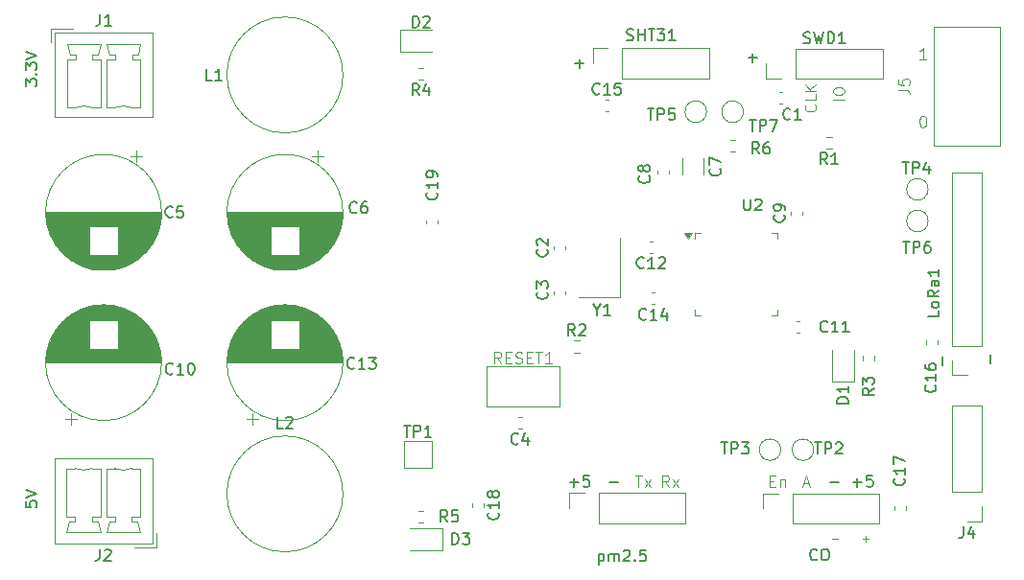
<source format=gbr>
%TF.GenerationSoftware,KiCad,Pcbnew,9.0.0*%
%TF.CreationDate,2025-04-23T22:05:31+03:00*%
%TF.ProjectId,LoRa,4c6f5261-2e6b-4696-9361-645f70636258,rev?*%
%TF.SameCoordinates,Original*%
%TF.FileFunction,Legend,Top*%
%TF.FilePolarity,Positive*%
%FSLAX46Y46*%
G04 Gerber Fmt 4.6, Leading zero omitted, Abs format (unit mm)*
G04 Created by KiCad (PCBNEW 9.0.0) date 2025-04-23 22:05:31*
%MOMM*%
%LPD*%
G01*
G04 APERTURE LIST*
%ADD10C,0.100000*%
%ADD11C,0.200000*%
%ADD12C,0.150000*%
%ADD13C,0.120000*%
G04 APERTURE END LIST*
D10*
X149372419Y-35196115D02*
X148372419Y-35196115D01*
X148372419Y-34529449D02*
X148372419Y-34338973D01*
X148372419Y-34338973D02*
X148420038Y-34243735D01*
X148420038Y-34243735D02*
X148515276Y-34148497D01*
X148515276Y-34148497D02*
X148705752Y-34100878D01*
X148705752Y-34100878D02*
X149039085Y-34100878D01*
X149039085Y-34100878D02*
X149229561Y-34148497D01*
X149229561Y-34148497D02*
X149324800Y-34243735D01*
X149324800Y-34243735D02*
X149372419Y-34338973D01*
X149372419Y-34338973D02*
X149372419Y-34529449D01*
X149372419Y-34529449D02*
X149324800Y-34624687D01*
X149324800Y-34624687D02*
X149229561Y-34719925D01*
X149229561Y-34719925D02*
X149039085Y-34767544D01*
X149039085Y-34767544D02*
X148705752Y-34767544D01*
X148705752Y-34767544D02*
X148515276Y-34719925D01*
X148515276Y-34719925D02*
X148420038Y-34624687D01*
X148420038Y-34624687D02*
X148372419Y-34529449D01*
X146777180Y-35624687D02*
X146824800Y-35672306D01*
X146824800Y-35672306D02*
X146872419Y-35815163D01*
X146872419Y-35815163D02*
X146872419Y-35910401D01*
X146872419Y-35910401D02*
X146824800Y-36053258D01*
X146824800Y-36053258D02*
X146729561Y-36148496D01*
X146729561Y-36148496D02*
X146634323Y-36196115D01*
X146634323Y-36196115D02*
X146443847Y-36243734D01*
X146443847Y-36243734D02*
X146300990Y-36243734D01*
X146300990Y-36243734D02*
X146110514Y-36196115D01*
X146110514Y-36196115D02*
X146015276Y-36148496D01*
X146015276Y-36148496D02*
X145920038Y-36053258D01*
X145920038Y-36053258D02*
X145872419Y-35910401D01*
X145872419Y-35910401D02*
X145872419Y-35815163D01*
X145872419Y-35815163D02*
X145920038Y-35672306D01*
X145920038Y-35672306D02*
X145967657Y-35624687D01*
X146872419Y-34719925D02*
X146872419Y-35196115D01*
X146872419Y-35196115D02*
X145872419Y-35196115D01*
X146872419Y-34386591D02*
X145872419Y-34386591D01*
X146872419Y-33815163D02*
X146300990Y-34243734D01*
X145872419Y-33815163D02*
X146443847Y-34386591D01*
D11*
X140869673Y-31486266D02*
X141631578Y-31486266D01*
X141250625Y-31867219D02*
X141250625Y-31105314D01*
X125619673Y-31986266D02*
X126381578Y-31986266D01*
X126000625Y-32367219D02*
X126000625Y-31605314D01*
X162236266Y-58465326D02*
X162236266Y-57703422D01*
X157986266Y-58630326D02*
X157986266Y-57868422D01*
X150119673Y-68986266D02*
X150881578Y-68986266D01*
X150500625Y-69367219D02*
X150500625Y-68605314D01*
X151833958Y-68367219D02*
X151357768Y-68367219D01*
X151357768Y-68367219D02*
X151310149Y-68843409D01*
X151310149Y-68843409D02*
X151357768Y-68795790D01*
X151357768Y-68795790D02*
X151453006Y-68748171D01*
X151453006Y-68748171D02*
X151691101Y-68748171D01*
X151691101Y-68748171D02*
X151786339Y-68795790D01*
X151786339Y-68795790D02*
X151833958Y-68843409D01*
X151833958Y-68843409D02*
X151881577Y-68938647D01*
X151881577Y-68938647D02*
X151881577Y-69176742D01*
X151881577Y-69176742D02*
X151833958Y-69271980D01*
X151833958Y-69271980D02*
X151786339Y-69319600D01*
X151786339Y-69319600D02*
X151691101Y-69367219D01*
X151691101Y-69367219D02*
X151453006Y-69367219D01*
X151453006Y-69367219D02*
X151357768Y-69319600D01*
X151357768Y-69319600D02*
X151310149Y-69271980D01*
X148119673Y-68986266D02*
X148881578Y-68986266D01*
D10*
X145756265Y-69086704D02*
X146232455Y-69086704D01*
X145661027Y-69372419D02*
X145994360Y-68372419D01*
X145994360Y-68372419D02*
X146327693Y-69372419D01*
X142803884Y-68848609D02*
X143137217Y-68848609D01*
X143280074Y-69372419D02*
X142803884Y-69372419D01*
X142803884Y-69372419D02*
X142803884Y-68372419D01*
X142803884Y-68372419D02*
X143280074Y-68372419D01*
X143708646Y-68705752D02*
X143708646Y-69372419D01*
X143708646Y-68800990D02*
X143756265Y-68753371D01*
X143756265Y-68753371D02*
X143851503Y-68705752D01*
X143851503Y-68705752D02*
X143994360Y-68705752D01*
X143994360Y-68705752D02*
X144089598Y-68753371D01*
X144089598Y-68753371D02*
X144137217Y-68848609D01*
X144137217Y-68848609D02*
X144137217Y-69372419D01*
D11*
X125119673Y-68986266D02*
X125881578Y-68986266D01*
X125500625Y-69367219D02*
X125500625Y-68605314D01*
X126833958Y-68367219D02*
X126357768Y-68367219D01*
X126357768Y-68367219D02*
X126310149Y-68843409D01*
X126310149Y-68843409D02*
X126357768Y-68795790D01*
X126357768Y-68795790D02*
X126453006Y-68748171D01*
X126453006Y-68748171D02*
X126691101Y-68748171D01*
X126691101Y-68748171D02*
X126786339Y-68795790D01*
X126786339Y-68795790D02*
X126833958Y-68843409D01*
X126833958Y-68843409D02*
X126881577Y-68938647D01*
X126881577Y-68938647D02*
X126881577Y-69176742D01*
X126881577Y-69176742D02*
X126833958Y-69271980D01*
X126833958Y-69271980D02*
X126786339Y-69319600D01*
X126786339Y-69319600D02*
X126691101Y-69367219D01*
X126691101Y-69367219D02*
X126453006Y-69367219D01*
X126453006Y-69367219D02*
X126357768Y-69319600D01*
X126357768Y-69319600D02*
X126310149Y-69271980D01*
X128619673Y-68986266D02*
X129381578Y-68986266D01*
D10*
X133875312Y-69372419D02*
X133541979Y-68896228D01*
X133303884Y-69372419D02*
X133303884Y-68372419D01*
X133303884Y-68372419D02*
X133684836Y-68372419D01*
X133684836Y-68372419D02*
X133780074Y-68420038D01*
X133780074Y-68420038D02*
X133827693Y-68467657D01*
X133827693Y-68467657D02*
X133875312Y-68562895D01*
X133875312Y-68562895D02*
X133875312Y-68705752D01*
X133875312Y-68705752D02*
X133827693Y-68800990D01*
X133827693Y-68800990D02*
X133780074Y-68848609D01*
X133780074Y-68848609D02*
X133684836Y-68896228D01*
X133684836Y-68896228D02*
X133303884Y-68896228D01*
X134208646Y-69372419D02*
X134732455Y-68705752D01*
X134208646Y-68705752D02*
X134732455Y-69372419D01*
X130911027Y-68372419D02*
X131482455Y-68372419D01*
X131196741Y-69372419D02*
X131196741Y-68372419D01*
X131720551Y-69372419D02*
X132244360Y-68705752D01*
X131720551Y-68705752D02*
X132244360Y-69372419D01*
X156244360Y-36622419D02*
X156339598Y-36622419D01*
X156339598Y-36622419D02*
X156434836Y-36670038D01*
X156434836Y-36670038D02*
X156482455Y-36717657D01*
X156482455Y-36717657D02*
X156530074Y-36812895D01*
X156530074Y-36812895D02*
X156577693Y-37003371D01*
X156577693Y-37003371D02*
X156577693Y-37241466D01*
X156577693Y-37241466D02*
X156530074Y-37431942D01*
X156530074Y-37431942D02*
X156482455Y-37527180D01*
X156482455Y-37527180D02*
X156434836Y-37574800D01*
X156434836Y-37574800D02*
X156339598Y-37622419D01*
X156339598Y-37622419D02*
X156244360Y-37622419D01*
X156244360Y-37622419D02*
X156149122Y-37574800D01*
X156149122Y-37574800D02*
X156101503Y-37527180D01*
X156101503Y-37527180D02*
X156053884Y-37431942D01*
X156053884Y-37431942D02*
X156006265Y-37241466D01*
X156006265Y-37241466D02*
X156006265Y-37003371D01*
X156006265Y-37003371D02*
X156053884Y-36812895D01*
X156053884Y-36812895D02*
X156101503Y-36717657D01*
X156101503Y-36717657D02*
X156149122Y-36670038D01*
X156149122Y-36670038D02*
X156244360Y-36622419D01*
X156577693Y-31622419D02*
X156006265Y-31622419D01*
X156291979Y-31622419D02*
X156291979Y-30622419D01*
X156291979Y-30622419D02*
X156196741Y-30765276D01*
X156196741Y-30765276D02*
X156101503Y-30860514D01*
X156101503Y-30860514D02*
X156006265Y-30908133D01*
X148250000Y-74000000D02*
X148750000Y-74000000D01*
X151000000Y-74000000D02*
X151500000Y-74000000D01*
X151250000Y-73750000D02*
X151250000Y-74250000D01*
D11*
X146941101Y-75771980D02*
X146893482Y-75819600D01*
X146893482Y-75819600D02*
X146750625Y-75867219D01*
X146750625Y-75867219D02*
X146655387Y-75867219D01*
X146655387Y-75867219D02*
X146512530Y-75819600D01*
X146512530Y-75819600D02*
X146417292Y-75724361D01*
X146417292Y-75724361D02*
X146369673Y-75629123D01*
X146369673Y-75629123D02*
X146322054Y-75438647D01*
X146322054Y-75438647D02*
X146322054Y-75295790D01*
X146322054Y-75295790D02*
X146369673Y-75105314D01*
X146369673Y-75105314D02*
X146417292Y-75010076D01*
X146417292Y-75010076D02*
X146512530Y-74914838D01*
X146512530Y-74914838D02*
X146655387Y-74867219D01*
X146655387Y-74867219D02*
X146750625Y-74867219D01*
X146750625Y-74867219D02*
X146893482Y-74914838D01*
X146893482Y-74914838D02*
X146941101Y-74962457D01*
X147560149Y-74867219D02*
X147750625Y-74867219D01*
X147750625Y-74867219D02*
X147845863Y-74914838D01*
X147845863Y-74914838D02*
X147941101Y-75010076D01*
X147941101Y-75010076D02*
X147988720Y-75200552D01*
X147988720Y-75200552D02*
X147988720Y-75533885D01*
X147988720Y-75533885D02*
X147941101Y-75724361D01*
X147941101Y-75724361D02*
X147845863Y-75819600D01*
X147845863Y-75819600D02*
X147750625Y-75867219D01*
X147750625Y-75867219D02*
X147560149Y-75867219D01*
X147560149Y-75867219D02*
X147464911Y-75819600D01*
X147464911Y-75819600D02*
X147369673Y-75724361D01*
X147369673Y-75724361D02*
X147322054Y-75533885D01*
X147322054Y-75533885D02*
X147322054Y-75200552D01*
X147322054Y-75200552D02*
X147369673Y-75010076D01*
X147369673Y-75010076D02*
X147464911Y-74914838D01*
X147464911Y-74914838D02*
X147560149Y-74867219D01*
X77117219Y-33975564D02*
X77117219Y-33356517D01*
X77117219Y-33356517D02*
X77498171Y-33689850D01*
X77498171Y-33689850D02*
X77498171Y-33546993D01*
X77498171Y-33546993D02*
X77545790Y-33451755D01*
X77545790Y-33451755D02*
X77593409Y-33404136D01*
X77593409Y-33404136D02*
X77688647Y-33356517D01*
X77688647Y-33356517D02*
X77926742Y-33356517D01*
X77926742Y-33356517D02*
X78021980Y-33404136D01*
X78021980Y-33404136D02*
X78069600Y-33451755D01*
X78069600Y-33451755D02*
X78117219Y-33546993D01*
X78117219Y-33546993D02*
X78117219Y-33832707D01*
X78117219Y-33832707D02*
X78069600Y-33927945D01*
X78069600Y-33927945D02*
X78021980Y-33975564D01*
X78021980Y-32927945D02*
X78069600Y-32880326D01*
X78069600Y-32880326D02*
X78117219Y-32927945D01*
X78117219Y-32927945D02*
X78069600Y-32975564D01*
X78069600Y-32975564D02*
X78021980Y-32927945D01*
X78021980Y-32927945D02*
X78117219Y-32927945D01*
X77117219Y-32546993D02*
X77117219Y-31927946D01*
X77117219Y-31927946D02*
X77498171Y-32261279D01*
X77498171Y-32261279D02*
X77498171Y-32118422D01*
X77498171Y-32118422D02*
X77545790Y-32023184D01*
X77545790Y-32023184D02*
X77593409Y-31975565D01*
X77593409Y-31975565D02*
X77688647Y-31927946D01*
X77688647Y-31927946D02*
X77926742Y-31927946D01*
X77926742Y-31927946D02*
X78021980Y-31975565D01*
X78021980Y-31975565D02*
X78069600Y-32023184D01*
X78069600Y-32023184D02*
X78117219Y-32118422D01*
X78117219Y-32118422D02*
X78117219Y-32404136D01*
X78117219Y-32404136D02*
X78069600Y-32499374D01*
X78069600Y-32499374D02*
X78021980Y-32546993D01*
X77117219Y-31642231D02*
X78117219Y-31308898D01*
X78117219Y-31308898D02*
X77117219Y-30975565D01*
X77117219Y-70654136D02*
X77117219Y-71130326D01*
X77117219Y-71130326D02*
X77593409Y-71177945D01*
X77593409Y-71177945D02*
X77545790Y-71130326D01*
X77545790Y-71130326D02*
X77498171Y-71035088D01*
X77498171Y-71035088D02*
X77498171Y-70796993D01*
X77498171Y-70796993D02*
X77545790Y-70701755D01*
X77545790Y-70701755D02*
X77593409Y-70654136D01*
X77593409Y-70654136D02*
X77688647Y-70606517D01*
X77688647Y-70606517D02*
X77926742Y-70606517D01*
X77926742Y-70606517D02*
X78021980Y-70654136D01*
X78021980Y-70654136D02*
X78069600Y-70701755D01*
X78069600Y-70701755D02*
X78117219Y-70796993D01*
X78117219Y-70796993D02*
X78117219Y-71035088D01*
X78117219Y-71035088D02*
X78069600Y-71130326D01*
X78069600Y-71130326D02*
X78021980Y-71177945D01*
X77117219Y-70320802D02*
X78117219Y-69987469D01*
X78117219Y-69987469D02*
X77117219Y-69654136D01*
D12*
X145766667Y-30157200D02*
X145909524Y-30204819D01*
X145909524Y-30204819D02*
X146147619Y-30204819D01*
X146147619Y-30204819D02*
X146242857Y-30157200D01*
X146242857Y-30157200D02*
X146290476Y-30109580D01*
X146290476Y-30109580D02*
X146338095Y-30014342D01*
X146338095Y-30014342D02*
X146338095Y-29919104D01*
X146338095Y-29919104D02*
X146290476Y-29823866D01*
X146290476Y-29823866D02*
X146242857Y-29776247D01*
X146242857Y-29776247D02*
X146147619Y-29728628D01*
X146147619Y-29728628D02*
X145957143Y-29681009D01*
X145957143Y-29681009D02*
X145861905Y-29633390D01*
X145861905Y-29633390D02*
X145814286Y-29585771D01*
X145814286Y-29585771D02*
X145766667Y-29490533D01*
X145766667Y-29490533D02*
X145766667Y-29395295D01*
X145766667Y-29395295D02*
X145814286Y-29300057D01*
X145814286Y-29300057D02*
X145861905Y-29252438D01*
X145861905Y-29252438D02*
X145957143Y-29204819D01*
X145957143Y-29204819D02*
X146195238Y-29204819D01*
X146195238Y-29204819D02*
X146338095Y-29252438D01*
X146671429Y-29204819D02*
X146909524Y-30204819D01*
X146909524Y-30204819D02*
X147100000Y-29490533D01*
X147100000Y-29490533D02*
X147290476Y-30204819D01*
X147290476Y-30204819D02*
X147528572Y-29204819D01*
X147909524Y-30204819D02*
X147909524Y-29204819D01*
X147909524Y-29204819D02*
X148147619Y-29204819D01*
X148147619Y-29204819D02*
X148290476Y-29252438D01*
X148290476Y-29252438D02*
X148385714Y-29347676D01*
X148385714Y-29347676D02*
X148433333Y-29442914D01*
X148433333Y-29442914D02*
X148480952Y-29633390D01*
X148480952Y-29633390D02*
X148480952Y-29776247D01*
X148480952Y-29776247D02*
X148433333Y-29966723D01*
X148433333Y-29966723D02*
X148385714Y-30061961D01*
X148385714Y-30061961D02*
X148290476Y-30157200D01*
X148290476Y-30157200D02*
X148147619Y-30204819D01*
X148147619Y-30204819D02*
X147909524Y-30204819D01*
X149433333Y-30204819D02*
X148861905Y-30204819D01*
X149147619Y-30204819D02*
X149147619Y-29204819D01*
X149147619Y-29204819D02*
X149052381Y-29347676D01*
X149052381Y-29347676D02*
X148957143Y-29442914D01*
X148957143Y-29442914D02*
X148861905Y-29490533D01*
X159841666Y-72904819D02*
X159841666Y-73619104D01*
X159841666Y-73619104D02*
X159794047Y-73761961D01*
X159794047Y-73761961D02*
X159698809Y-73857200D01*
X159698809Y-73857200D02*
X159555952Y-73904819D01*
X159555952Y-73904819D02*
X159460714Y-73904819D01*
X160746428Y-73238152D02*
X160746428Y-73904819D01*
X160508333Y-72857200D02*
X160270238Y-73571485D01*
X160270238Y-73571485D02*
X160889285Y-73571485D01*
X151954819Y-60666666D02*
X151478628Y-60999999D01*
X151954819Y-61238094D02*
X150954819Y-61238094D01*
X150954819Y-61238094D02*
X150954819Y-60857142D01*
X150954819Y-60857142D02*
X151002438Y-60761904D01*
X151002438Y-60761904D02*
X151050057Y-60714285D01*
X151050057Y-60714285D02*
X151145295Y-60666666D01*
X151145295Y-60666666D02*
X151288152Y-60666666D01*
X151288152Y-60666666D02*
X151383390Y-60714285D01*
X151383390Y-60714285D02*
X151431009Y-60761904D01*
X151431009Y-60761904D02*
X151478628Y-60857142D01*
X151478628Y-60857142D02*
X151478628Y-61238094D01*
X150954819Y-60333332D02*
X150954819Y-59714285D01*
X150954819Y-59714285D02*
X151335771Y-60047618D01*
X151335771Y-60047618D02*
X151335771Y-59904761D01*
X151335771Y-59904761D02*
X151383390Y-59809523D01*
X151383390Y-59809523D02*
X151431009Y-59761904D01*
X151431009Y-59761904D02*
X151526247Y-59714285D01*
X151526247Y-59714285D02*
X151764342Y-59714285D01*
X151764342Y-59714285D02*
X151859580Y-59761904D01*
X151859580Y-59761904D02*
X151907200Y-59809523D01*
X151907200Y-59809523D02*
X151954819Y-59904761D01*
X151954819Y-59904761D02*
X151954819Y-60190475D01*
X151954819Y-60190475D02*
X151907200Y-60285713D01*
X151907200Y-60285713D02*
X151859580Y-60333332D01*
X149704819Y-61988094D02*
X148704819Y-61988094D01*
X148704819Y-61988094D02*
X148704819Y-61749999D01*
X148704819Y-61749999D02*
X148752438Y-61607142D01*
X148752438Y-61607142D02*
X148847676Y-61511904D01*
X148847676Y-61511904D02*
X148942914Y-61464285D01*
X148942914Y-61464285D02*
X149133390Y-61416666D01*
X149133390Y-61416666D02*
X149276247Y-61416666D01*
X149276247Y-61416666D02*
X149466723Y-61464285D01*
X149466723Y-61464285D02*
X149561961Y-61511904D01*
X149561961Y-61511904D02*
X149657200Y-61607142D01*
X149657200Y-61607142D02*
X149704819Y-61749999D01*
X149704819Y-61749999D02*
X149704819Y-61988094D01*
X149704819Y-60464285D02*
X149704819Y-61035713D01*
X149704819Y-60749999D02*
X148704819Y-60749999D01*
X148704819Y-60749999D02*
X148847676Y-60845237D01*
X148847676Y-60845237D02*
X148942914Y-60940475D01*
X148942914Y-60940475D02*
X148990533Y-61035713D01*
X140488095Y-43954819D02*
X140488095Y-44764342D01*
X140488095Y-44764342D02*
X140535714Y-44859580D01*
X140535714Y-44859580D02*
X140583333Y-44907200D01*
X140583333Y-44907200D02*
X140678571Y-44954819D01*
X140678571Y-44954819D02*
X140869047Y-44954819D01*
X140869047Y-44954819D02*
X140964285Y-44907200D01*
X140964285Y-44907200D02*
X141011904Y-44859580D01*
X141011904Y-44859580D02*
X141059523Y-44764342D01*
X141059523Y-44764342D02*
X141059523Y-43954819D01*
X141488095Y-44050057D02*
X141535714Y-44002438D01*
X141535714Y-44002438D02*
X141630952Y-43954819D01*
X141630952Y-43954819D02*
X141869047Y-43954819D01*
X141869047Y-43954819D02*
X141964285Y-44002438D01*
X141964285Y-44002438D02*
X142011904Y-44050057D01*
X142011904Y-44050057D02*
X142059523Y-44145295D01*
X142059523Y-44145295D02*
X142059523Y-44240533D01*
X142059523Y-44240533D02*
X142011904Y-44383390D01*
X142011904Y-44383390D02*
X141440476Y-44954819D01*
X141440476Y-44954819D02*
X142059523Y-44954819D01*
X110488095Y-63956819D02*
X111059523Y-63956819D01*
X110773809Y-64956819D02*
X110773809Y-63956819D01*
X111392857Y-64956819D02*
X111392857Y-63956819D01*
X111392857Y-63956819D02*
X111773809Y-63956819D01*
X111773809Y-63956819D02*
X111869047Y-64004438D01*
X111869047Y-64004438D02*
X111916666Y-64052057D01*
X111916666Y-64052057D02*
X111964285Y-64147295D01*
X111964285Y-64147295D02*
X111964285Y-64290152D01*
X111964285Y-64290152D02*
X111916666Y-64385390D01*
X111916666Y-64385390D02*
X111869047Y-64433009D01*
X111869047Y-64433009D02*
X111773809Y-64480628D01*
X111773809Y-64480628D02*
X111392857Y-64480628D01*
X112916666Y-64956819D02*
X112345238Y-64956819D01*
X112630952Y-64956819D02*
X112630952Y-63956819D01*
X112630952Y-63956819D02*
X112535714Y-64099676D01*
X112535714Y-64099676D02*
X112440476Y-64194914D01*
X112440476Y-64194914D02*
X112345238Y-64242533D01*
X154538095Y-47704819D02*
X155109523Y-47704819D01*
X154823809Y-48704819D02*
X154823809Y-47704819D01*
X155442857Y-48704819D02*
X155442857Y-47704819D01*
X155442857Y-47704819D02*
X155823809Y-47704819D01*
X155823809Y-47704819D02*
X155919047Y-47752438D01*
X155919047Y-47752438D02*
X155966666Y-47800057D01*
X155966666Y-47800057D02*
X156014285Y-47895295D01*
X156014285Y-47895295D02*
X156014285Y-48038152D01*
X156014285Y-48038152D02*
X155966666Y-48133390D01*
X155966666Y-48133390D02*
X155919047Y-48181009D01*
X155919047Y-48181009D02*
X155823809Y-48228628D01*
X155823809Y-48228628D02*
X155442857Y-48228628D01*
X156871428Y-47704819D02*
X156680952Y-47704819D01*
X156680952Y-47704819D02*
X156585714Y-47752438D01*
X156585714Y-47752438D02*
X156538095Y-47800057D01*
X156538095Y-47800057D02*
X156442857Y-47942914D01*
X156442857Y-47942914D02*
X156395238Y-48133390D01*
X156395238Y-48133390D02*
X156395238Y-48514342D01*
X156395238Y-48514342D02*
X156442857Y-48609580D01*
X156442857Y-48609580D02*
X156490476Y-48657200D01*
X156490476Y-48657200D02*
X156585714Y-48704819D01*
X156585714Y-48704819D02*
X156776190Y-48704819D01*
X156776190Y-48704819D02*
X156871428Y-48657200D01*
X156871428Y-48657200D02*
X156919047Y-48609580D01*
X156919047Y-48609580D02*
X156966666Y-48514342D01*
X156966666Y-48514342D02*
X156966666Y-48276247D01*
X156966666Y-48276247D02*
X156919047Y-48181009D01*
X156919047Y-48181009D02*
X156871428Y-48133390D01*
X156871428Y-48133390D02*
X156776190Y-48085771D01*
X156776190Y-48085771D02*
X156585714Y-48085771D01*
X156585714Y-48085771D02*
X156490476Y-48133390D01*
X156490476Y-48133390D02*
X156442857Y-48181009D01*
X156442857Y-48181009D02*
X156395238Y-48276247D01*
X146738095Y-65454819D02*
X147309523Y-65454819D01*
X147023809Y-66454819D02*
X147023809Y-65454819D01*
X147642857Y-66454819D02*
X147642857Y-65454819D01*
X147642857Y-65454819D02*
X148023809Y-65454819D01*
X148023809Y-65454819D02*
X148119047Y-65502438D01*
X148119047Y-65502438D02*
X148166666Y-65550057D01*
X148166666Y-65550057D02*
X148214285Y-65645295D01*
X148214285Y-65645295D02*
X148214285Y-65788152D01*
X148214285Y-65788152D02*
X148166666Y-65883390D01*
X148166666Y-65883390D02*
X148119047Y-65931009D01*
X148119047Y-65931009D02*
X148023809Y-65978628D01*
X148023809Y-65978628D02*
X147642857Y-65978628D01*
X148595238Y-65550057D02*
X148642857Y-65502438D01*
X148642857Y-65502438D02*
X148738095Y-65454819D01*
X148738095Y-65454819D02*
X148976190Y-65454819D01*
X148976190Y-65454819D02*
X149071428Y-65502438D01*
X149071428Y-65502438D02*
X149119047Y-65550057D01*
X149119047Y-65550057D02*
X149166666Y-65645295D01*
X149166666Y-65645295D02*
X149166666Y-65740533D01*
X149166666Y-65740533D02*
X149119047Y-65883390D01*
X149119047Y-65883390D02*
X148547619Y-66454819D01*
X148547619Y-66454819D02*
X149166666Y-66454819D01*
X144583333Y-36859580D02*
X144535714Y-36907200D01*
X144535714Y-36907200D02*
X144392857Y-36954819D01*
X144392857Y-36954819D02*
X144297619Y-36954819D01*
X144297619Y-36954819D02*
X144154762Y-36907200D01*
X144154762Y-36907200D02*
X144059524Y-36811961D01*
X144059524Y-36811961D02*
X144011905Y-36716723D01*
X144011905Y-36716723D02*
X143964286Y-36526247D01*
X143964286Y-36526247D02*
X143964286Y-36383390D01*
X143964286Y-36383390D02*
X144011905Y-36192914D01*
X144011905Y-36192914D02*
X144059524Y-36097676D01*
X144059524Y-36097676D02*
X144154762Y-36002438D01*
X144154762Y-36002438D02*
X144297619Y-35954819D01*
X144297619Y-35954819D02*
X144392857Y-35954819D01*
X144392857Y-35954819D02*
X144535714Y-36002438D01*
X144535714Y-36002438D02*
X144583333Y-36050057D01*
X145535714Y-36954819D02*
X144964286Y-36954819D01*
X145250000Y-36954819D02*
X145250000Y-35954819D01*
X145250000Y-35954819D02*
X145154762Y-36097676D01*
X145154762Y-36097676D02*
X145059524Y-36192914D01*
X145059524Y-36192914D02*
X144964286Y-36240533D01*
X141833333Y-39954819D02*
X141500000Y-39478628D01*
X141261905Y-39954819D02*
X141261905Y-38954819D01*
X141261905Y-38954819D02*
X141642857Y-38954819D01*
X141642857Y-38954819D02*
X141738095Y-39002438D01*
X141738095Y-39002438D02*
X141785714Y-39050057D01*
X141785714Y-39050057D02*
X141833333Y-39145295D01*
X141833333Y-39145295D02*
X141833333Y-39288152D01*
X141833333Y-39288152D02*
X141785714Y-39383390D01*
X141785714Y-39383390D02*
X141738095Y-39431009D01*
X141738095Y-39431009D02*
X141642857Y-39478628D01*
X141642857Y-39478628D02*
X141261905Y-39478628D01*
X142690476Y-38954819D02*
X142500000Y-38954819D01*
X142500000Y-38954819D02*
X142404762Y-39002438D01*
X142404762Y-39002438D02*
X142357143Y-39050057D01*
X142357143Y-39050057D02*
X142261905Y-39192914D01*
X142261905Y-39192914D02*
X142214286Y-39383390D01*
X142214286Y-39383390D02*
X142214286Y-39764342D01*
X142214286Y-39764342D02*
X142261905Y-39859580D01*
X142261905Y-39859580D02*
X142309524Y-39907200D01*
X142309524Y-39907200D02*
X142404762Y-39954819D01*
X142404762Y-39954819D02*
X142595238Y-39954819D01*
X142595238Y-39954819D02*
X142690476Y-39907200D01*
X142690476Y-39907200D02*
X142738095Y-39859580D01*
X142738095Y-39859580D02*
X142785714Y-39764342D01*
X142785714Y-39764342D02*
X142785714Y-39526247D01*
X142785714Y-39526247D02*
X142738095Y-39431009D01*
X142738095Y-39431009D02*
X142690476Y-39383390D01*
X142690476Y-39383390D02*
X142595238Y-39335771D01*
X142595238Y-39335771D02*
X142404762Y-39335771D01*
X142404762Y-39335771D02*
X142309524Y-39383390D01*
X142309524Y-39383390D02*
X142261905Y-39431009D01*
X142261905Y-39431009D02*
X142214286Y-39526247D01*
X138488095Y-65454819D02*
X139059523Y-65454819D01*
X138773809Y-66454819D02*
X138773809Y-65454819D01*
X139392857Y-66454819D02*
X139392857Y-65454819D01*
X139392857Y-65454819D02*
X139773809Y-65454819D01*
X139773809Y-65454819D02*
X139869047Y-65502438D01*
X139869047Y-65502438D02*
X139916666Y-65550057D01*
X139916666Y-65550057D02*
X139964285Y-65645295D01*
X139964285Y-65645295D02*
X139964285Y-65788152D01*
X139964285Y-65788152D02*
X139916666Y-65883390D01*
X139916666Y-65883390D02*
X139869047Y-65931009D01*
X139869047Y-65931009D02*
X139773809Y-65978628D01*
X139773809Y-65978628D02*
X139392857Y-65978628D01*
X140297619Y-65454819D02*
X140916666Y-65454819D01*
X140916666Y-65454819D02*
X140583333Y-65835771D01*
X140583333Y-65835771D02*
X140726190Y-65835771D01*
X140726190Y-65835771D02*
X140821428Y-65883390D01*
X140821428Y-65883390D02*
X140869047Y-65931009D01*
X140869047Y-65931009D02*
X140916666Y-66026247D01*
X140916666Y-66026247D02*
X140916666Y-66264342D01*
X140916666Y-66264342D02*
X140869047Y-66359580D01*
X140869047Y-66359580D02*
X140821428Y-66407200D01*
X140821428Y-66407200D02*
X140726190Y-66454819D01*
X140726190Y-66454819D02*
X140440476Y-66454819D01*
X140440476Y-66454819D02*
X140345238Y-66407200D01*
X140345238Y-66407200D02*
X140297619Y-66359580D01*
X83649166Y-74904819D02*
X83649166Y-75619104D01*
X83649166Y-75619104D02*
X83601547Y-75761961D01*
X83601547Y-75761961D02*
X83506309Y-75857200D01*
X83506309Y-75857200D02*
X83363452Y-75904819D01*
X83363452Y-75904819D02*
X83268214Y-75904819D01*
X84077738Y-75000057D02*
X84125357Y-74952438D01*
X84125357Y-74952438D02*
X84220595Y-74904819D01*
X84220595Y-74904819D02*
X84458690Y-74904819D01*
X84458690Y-74904819D02*
X84553928Y-74952438D01*
X84553928Y-74952438D02*
X84601547Y-75000057D01*
X84601547Y-75000057D02*
X84649166Y-75095295D01*
X84649166Y-75095295D02*
X84649166Y-75190533D01*
X84649166Y-75190533D02*
X84601547Y-75333390D01*
X84601547Y-75333390D02*
X84030119Y-75904819D01*
X84030119Y-75904819D02*
X84649166Y-75904819D01*
X111261905Y-28804819D02*
X111261905Y-27804819D01*
X111261905Y-27804819D02*
X111500000Y-27804819D01*
X111500000Y-27804819D02*
X111642857Y-27852438D01*
X111642857Y-27852438D02*
X111738095Y-27947676D01*
X111738095Y-27947676D02*
X111785714Y-28042914D01*
X111785714Y-28042914D02*
X111833333Y-28233390D01*
X111833333Y-28233390D02*
X111833333Y-28376247D01*
X111833333Y-28376247D02*
X111785714Y-28566723D01*
X111785714Y-28566723D02*
X111738095Y-28661961D01*
X111738095Y-28661961D02*
X111642857Y-28757200D01*
X111642857Y-28757200D02*
X111500000Y-28804819D01*
X111500000Y-28804819D02*
X111261905Y-28804819D01*
X112214286Y-27900057D02*
X112261905Y-27852438D01*
X112261905Y-27852438D02*
X112357143Y-27804819D01*
X112357143Y-27804819D02*
X112595238Y-27804819D01*
X112595238Y-27804819D02*
X112690476Y-27852438D01*
X112690476Y-27852438D02*
X112738095Y-27900057D01*
X112738095Y-27900057D02*
X112785714Y-27995295D01*
X112785714Y-27995295D02*
X112785714Y-28090533D01*
X112785714Y-28090533D02*
X112738095Y-28233390D01*
X112738095Y-28233390D02*
X112166667Y-28804819D01*
X112166667Y-28804819D02*
X112785714Y-28804819D01*
X113359580Y-43392857D02*
X113407200Y-43440476D01*
X113407200Y-43440476D02*
X113454819Y-43583333D01*
X113454819Y-43583333D02*
X113454819Y-43678571D01*
X113454819Y-43678571D02*
X113407200Y-43821428D01*
X113407200Y-43821428D02*
X113311961Y-43916666D01*
X113311961Y-43916666D02*
X113216723Y-43964285D01*
X113216723Y-43964285D02*
X113026247Y-44011904D01*
X113026247Y-44011904D02*
X112883390Y-44011904D01*
X112883390Y-44011904D02*
X112692914Y-43964285D01*
X112692914Y-43964285D02*
X112597676Y-43916666D01*
X112597676Y-43916666D02*
X112502438Y-43821428D01*
X112502438Y-43821428D02*
X112454819Y-43678571D01*
X112454819Y-43678571D02*
X112454819Y-43583333D01*
X112454819Y-43583333D02*
X112502438Y-43440476D01*
X112502438Y-43440476D02*
X112550057Y-43392857D01*
X113454819Y-42440476D02*
X113454819Y-43011904D01*
X113454819Y-42726190D02*
X112454819Y-42726190D01*
X112454819Y-42726190D02*
X112597676Y-42821428D01*
X112597676Y-42821428D02*
X112692914Y-42916666D01*
X112692914Y-42916666D02*
X112740533Y-43011904D01*
X113454819Y-41964285D02*
X113454819Y-41773809D01*
X113454819Y-41773809D02*
X113407200Y-41678571D01*
X113407200Y-41678571D02*
X113359580Y-41630952D01*
X113359580Y-41630952D02*
X113216723Y-41535714D01*
X113216723Y-41535714D02*
X113026247Y-41488095D01*
X113026247Y-41488095D02*
X112645295Y-41488095D01*
X112645295Y-41488095D02*
X112550057Y-41535714D01*
X112550057Y-41535714D02*
X112502438Y-41583333D01*
X112502438Y-41583333D02*
X112454819Y-41678571D01*
X112454819Y-41678571D02*
X112454819Y-41869047D01*
X112454819Y-41869047D02*
X112502438Y-41964285D01*
X112502438Y-41964285D02*
X112550057Y-42011904D01*
X112550057Y-42011904D02*
X112645295Y-42059523D01*
X112645295Y-42059523D02*
X112883390Y-42059523D01*
X112883390Y-42059523D02*
X112978628Y-42011904D01*
X112978628Y-42011904D02*
X113026247Y-41964285D01*
X113026247Y-41964285D02*
X113073866Y-41869047D01*
X113073866Y-41869047D02*
X113073866Y-41678571D01*
X113073866Y-41678571D02*
X113026247Y-41583333D01*
X113026247Y-41583333D02*
X112978628Y-41535714D01*
X112978628Y-41535714D02*
X112883390Y-41488095D01*
D11*
X127678572Y-75285552D02*
X127678572Y-76285552D01*
X127678572Y-75333171D02*
X127773810Y-75285552D01*
X127773810Y-75285552D02*
X127964286Y-75285552D01*
X127964286Y-75285552D02*
X128059524Y-75333171D01*
X128059524Y-75333171D02*
X128107143Y-75380790D01*
X128107143Y-75380790D02*
X128154762Y-75476028D01*
X128154762Y-75476028D02*
X128154762Y-75761742D01*
X128154762Y-75761742D02*
X128107143Y-75856980D01*
X128107143Y-75856980D02*
X128059524Y-75904600D01*
X128059524Y-75904600D02*
X127964286Y-75952219D01*
X127964286Y-75952219D02*
X127773810Y-75952219D01*
X127773810Y-75952219D02*
X127678572Y-75904600D01*
X128583334Y-75952219D02*
X128583334Y-75285552D01*
X128583334Y-75380790D02*
X128630953Y-75333171D01*
X128630953Y-75333171D02*
X128726191Y-75285552D01*
X128726191Y-75285552D02*
X128869048Y-75285552D01*
X128869048Y-75285552D02*
X128964286Y-75333171D01*
X128964286Y-75333171D02*
X129011905Y-75428409D01*
X129011905Y-75428409D02*
X129011905Y-75952219D01*
X129011905Y-75428409D02*
X129059524Y-75333171D01*
X129059524Y-75333171D02*
X129154762Y-75285552D01*
X129154762Y-75285552D02*
X129297619Y-75285552D01*
X129297619Y-75285552D02*
X129392858Y-75333171D01*
X129392858Y-75333171D02*
X129440477Y-75428409D01*
X129440477Y-75428409D02*
X129440477Y-75952219D01*
X129869048Y-75047457D02*
X129916667Y-74999838D01*
X129916667Y-74999838D02*
X130011905Y-74952219D01*
X130011905Y-74952219D02*
X130250000Y-74952219D01*
X130250000Y-74952219D02*
X130345238Y-74999838D01*
X130345238Y-74999838D02*
X130392857Y-75047457D01*
X130392857Y-75047457D02*
X130440476Y-75142695D01*
X130440476Y-75142695D02*
X130440476Y-75237933D01*
X130440476Y-75237933D02*
X130392857Y-75380790D01*
X130392857Y-75380790D02*
X129821429Y-75952219D01*
X129821429Y-75952219D02*
X130440476Y-75952219D01*
X130869048Y-75856980D02*
X130916667Y-75904600D01*
X130916667Y-75904600D02*
X130869048Y-75952219D01*
X130869048Y-75952219D02*
X130821429Y-75904600D01*
X130821429Y-75904600D02*
X130869048Y-75856980D01*
X130869048Y-75856980D02*
X130869048Y-75952219D01*
X131821428Y-74952219D02*
X131345238Y-74952219D01*
X131345238Y-74952219D02*
X131297619Y-75428409D01*
X131297619Y-75428409D02*
X131345238Y-75380790D01*
X131345238Y-75380790D02*
X131440476Y-75333171D01*
X131440476Y-75333171D02*
X131678571Y-75333171D01*
X131678571Y-75333171D02*
X131773809Y-75380790D01*
X131773809Y-75380790D02*
X131821428Y-75428409D01*
X131821428Y-75428409D02*
X131869047Y-75523647D01*
X131869047Y-75523647D02*
X131869047Y-75761742D01*
X131869047Y-75761742D02*
X131821428Y-75856980D01*
X131821428Y-75856980D02*
X131773809Y-75904600D01*
X131773809Y-75904600D02*
X131678571Y-75952219D01*
X131678571Y-75952219D02*
X131440476Y-75952219D01*
X131440476Y-75952219D02*
X131345238Y-75904600D01*
X131345238Y-75904600D02*
X131297619Y-75856980D01*
D12*
X90083333Y-45491903D02*
X90035714Y-45539523D01*
X90035714Y-45539523D02*
X89892857Y-45587142D01*
X89892857Y-45587142D02*
X89797619Y-45587142D01*
X89797619Y-45587142D02*
X89654762Y-45539523D01*
X89654762Y-45539523D02*
X89559524Y-45444284D01*
X89559524Y-45444284D02*
X89511905Y-45349046D01*
X89511905Y-45349046D02*
X89464286Y-45158570D01*
X89464286Y-45158570D02*
X89464286Y-45015713D01*
X89464286Y-45015713D02*
X89511905Y-44825237D01*
X89511905Y-44825237D02*
X89559524Y-44729999D01*
X89559524Y-44729999D02*
X89654762Y-44634761D01*
X89654762Y-44634761D02*
X89797619Y-44587142D01*
X89797619Y-44587142D02*
X89892857Y-44587142D01*
X89892857Y-44587142D02*
X90035714Y-44634761D01*
X90035714Y-44634761D02*
X90083333Y-44682380D01*
X90988095Y-44587142D02*
X90511905Y-44587142D01*
X90511905Y-44587142D02*
X90464286Y-45063332D01*
X90464286Y-45063332D02*
X90511905Y-45015713D01*
X90511905Y-45015713D02*
X90607143Y-44968094D01*
X90607143Y-44968094D02*
X90845238Y-44968094D01*
X90845238Y-44968094D02*
X90940476Y-45015713D01*
X90940476Y-45015713D02*
X90988095Y-45063332D01*
X90988095Y-45063332D02*
X91035714Y-45158570D01*
X91035714Y-45158570D02*
X91035714Y-45396665D01*
X91035714Y-45396665D02*
X90988095Y-45491903D01*
X90988095Y-45491903D02*
X90940476Y-45539523D01*
X90940476Y-45539523D02*
X90845238Y-45587142D01*
X90845238Y-45587142D02*
X90607143Y-45587142D01*
X90607143Y-45587142D02*
X90511905Y-45539523D01*
X90511905Y-45539523D02*
X90464286Y-45491903D01*
D10*
X119071428Y-58457419D02*
X118738095Y-57981228D01*
X118500000Y-58457419D02*
X118500000Y-57457419D01*
X118500000Y-57457419D02*
X118880952Y-57457419D01*
X118880952Y-57457419D02*
X118976190Y-57505038D01*
X118976190Y-57505038D02*
X119023809Y-57552657D01*
X119023809Y-57552657D02*
X119071428Y-57647895D01*
X119071428Y-57647895D02*
X119071428Y-57790752D01*
X119071428Y-57790752D02*
X119023809Y-57885990D01*
X119023809Y-57885990D02*
X118976190Y-57933609D01*
X118976190Y-57933609D02*
X118880952Y-57981228D01*
X118880952Y-57981228D02*
X118500000Y-57981228D01*
X119500000Y-57933609D02*
X119833333Y-57933609D01*
X119976190Y-58457419D02*
X119500000Y-58457419D01*
X119500000Y-58457419D02*
X119500000Y-57457419D01*
X119500000Y-57457419D02*
X119976190Y-57457419D01*
X120357143Y-58409800D02*
X120500000Y-58457419D01*
X120500000Y-58457419D02*
X120738095Y-58457419D01*
X120738095Y-58457419D02*
X120833333Y-58409800D01*
X120833333Y-58409800D02*
X120880952Y-58362180D01*
X120880952Y-58362180D02*
X120928571Y-58266942D01*
X120928571Y-58266942D02*
X120928571Y-58171704D01*
X120928571Y-58171704D02*
X120880952Y-58076466D01*
X120880952Y-58076466D02*
X120833333Y-58028847D01*
X120833333Y-58028847D02*
X120738095Y-57981228D01*
X120738095Y-57981228D02*
X120547619Y-57933609D01*
X120547619Y-57933609D02*
X120452381Y-57885990D01*
X120452381Y-57885990D02*
X120404762Y-57838371D01*
X120404762Y-57838371D02*
X120357143Y-57743133D01*
X120357143Y-57743133D02*
X120357143Y-57647895D01*
X120357143Y-57647895D02*
X120404762Y-57552657D01*
X120404762Y-57552657D02*
X120452381Y-57505038D01*
X120452381Y-57505038D02*
X120547619Y-57457419D01*
X120547619Y-57457419D02*
X120785714Y-57457419D01*
X120785714Y-57457419D02*
X120928571Y-57505038D01*
X121357143Y-57933609D02*
X121690476Y-57933609D01*
X121833333Y-58457419D02*
X121357143Y-58457419D01*
X121357143Y-58457419D02*
X121357143Y-57457419D01*
X121357143Y-57457419D02*
X121833333Y-57457419D01*
X122119048Y-57457419D02*
X122690476Y-57457419D01*
X122404762Y-58457419D02*
X122404762Y-57457419D01*
X123547619Y-58457419D02*
X122976191Y-58457419D01*
X123261905Y-58457419D02*
X123261905Y-57457419D01*
X123261905Y-57457419D02*
X123166667Y-57600276D01*
X123166667Y-57600276D02*
X123071429Y-57695514D01*
X123071429Y-57695514D02*
X122976191Y-57743133D01*
D12*
X147833333Y-40884819D02*
X147500000Y-40408628D01*
X147261905Y-40884819D02*
X147261905Y-39884819D01*
X147261905Y-39884819D02*
X147642857Y-39884819D01*
X147642857Y-39884819D02*
X147738095Y-39932438D01*
X147738095Y-39932438D02*
X147785714Y-39980057D01*
X147785714Y-39980057D02*
X147833333Y-40075295D01*
X147833333Y-40075295D02*
X147833333Y-40218152D01*
X147833333Y-40218152D02*
X147785714Y-40313390D01*
X147785714Y-40313390D02*
X147738095Y-40361009D01*
X147738095Y-40361009D02*
X147642857Y-40408628D01*
X147642857Y-40408628D02*
X147261905Y-40408628D01*
X148785714Y-40884819D02*
X148214286Y-40884819D01*
X148500000Y-40884819D02*
X148500000Y-39884819D01*
X148500000Y-39884819D02*
X148404762Y-40027676D01*
X148404762Y-40027676D02*
X148309524Y-40122914D01*
X148309524Y-40122914D02*
X148214286Y-40170533D01*
X114333333Y-72454819D02*
X114000000Y-71978628D01*
X113761905Y-72454819D02*
X113761905Y-71454819D01*
X113761905Y-71454819D02*
X114142857Y-71454819D01*
X114142857Y-71454819D02*
X114238095Y-71502438D01*
X114238095Y-71502438D02*
X114285714Y-71550057D01*
X114285714Y-71550057D02*
X114333333Y-71645295D01*
X114333333Y-71645295D02*
X114333333Y-71788152D01*
X114333333Y-71788152D02*
X114285714Y-71883390D01*
X114285714Y-71883390D02*
X114238095Y-71931009D01*
X114238095Y-71931009D02*
X114142857Y-71978628D01*
X114142857Y-71978628D02*
X113761905Y-71978628D01*
X115238095Y-71454819D02*
X114761905Y-71454819D01*
X114761905Y-71454819D02*
X114714286Y-71931009D01*
X114714286Y-71931009D02*
X114761905Y-71883390D01*
X114761905Y-71883390D02*
X114857143Y-71835771D01*
X114857143Y-71835771D02*
X115095238Y-71835771D01*
X115095238Y-71835771D02*
X115190476Y-71883390D01*
X115190476Y-71883390D02*
X115238095Y-71931009D01*
X115238095Y-71931009D02*
X115285714Y-72026247D01*
X115285714Y-72026247D02*
X115285714Y-72264342D01*
X115285714Y-72264342D02*
X115238095Y-72359580D01*
X115238095Y-72359580D02*
X115190476Y-72407200D01*
X115190476Y-72407200D02*
X115095238Y-72454819D01*
X115095238Y-72454819D02*
X114857143Y-72454819D01*
X114857143Y-72454819D02*
X114761905Y-72407200D01*
X114761905Y-72407200D02*
X114714286Y-72359580D01*
X118789580Y-71642857D02*
X118837200Y-71690476D01*
X118837200Y-71690476D02*
X118884819Y-71833333D01*
X118884819Y-71833333D02*
X118884819Y-71928571D01*
X118884819Y-71928571D02*
X118837200Y-72071428D01*
X118837200Y-72071428D02*
X118741961Y-72166666D01*
X118741961Y-72166666D02*
X118646723Y-72214285D01*
X118646723Y-72214285D02*
X118456247Y-72261904D01*
X118456247Y-72261904D02*
X118313390Y-72261904D01*
X118313390Y-72261904D02*
X118122914Y-72214285D01*
X118122914Y-72214285D02*
X118027676Y-72166666D01*
X118027676Y-72166666D02*
X117932438Y-72071428D01*
X117932438Y-72071428D02*
X117884819Y-71928571D01*
X117884819Y-71928571D02*
X117884819Y-71833333D01*
X117884819Y-71833333D02*
X117932438Y-71690476D01*
X117932438Y-71690476D02*
X117980057Y-71642857D01*
X118884819Y-70690476D02*
X118884819Y-71261904D01*
X118884819Y-70976190D02*
X117884819Y-70976190D01*
X117884819Y-70976190D02*
X118027676Y-71071428D01*
X118027676Y-71071428D02*
X118122914Y-71166666D01*
X118122914Y-71166666D02*
X118170533Y-71261904D01*
X118313390Y-70119047D02*
X118265771Y-70214285D01*
X118265771Y-70214285D02*
X118218152Y-70261904D01*
X118218152Y-70261904D02*
X118122914Y-70309523D01*
X118122914Y-70309523D02*
X118075295Y-70309523D01*
X118075295Y-70309523D02*
X117980057Y-70261904D01*
X117980057Y-70261904D02*
X117932438Y-70214285D01*
X117932438Y-70214285D02*
X117884819Y-70119047D01*
X117884819Y-70119047D02*
X117884819Y-69928571D01*
X117884819Y-69928571D02*
X117932438Y-69833333D01*
X117932438Y-69833333D02*
X117980057Y-69785714D01*
X117980057Y-69785714D02*
X118075295Y-69738095D01*
X118075295Y-69738095D02*
X118122914Y-69738095D01*
X118122914Y-69738095D02*
X118218152Y-69785714D01*
X118218152Y-69785714D02*
X118265771Y-69833333D01*
X118265771Y-69833333D02*
X118313390Y-69928571D01*
X118313390Y-69928571D02*
X118313390Y-70119047D01*
X118313390Y-70119047D02*
X118361009Y-70214285D01*
X118361009Y-70214285D02*
X118408628Y-70261904D01*
X118408628Y-70261904D02*
X118503866Y-70309523D01*
X118503866Y-70309523D02*
X118694342Y-70309523D01*
X118694342Y-70309523D02*
X118789580Y-70261904D01*
X118789580Y-70261904D02*
X118837200Y-70214285D01*
X118837200Y-70214285D02*
X118884819Y-70119047D01*
X118884819Y-70119047D02*
X118884819Y-69928571D01*
X118884819Y-69928571D02*
X118837200Y-69833333D01*
X118837200Y-69833333D02*
X118789580Y-69785714D01*
X118789580Y-69785714D02*
X118694342Y-69738095D01*
X118694342Y-69738095D02*
X118503866Y-69738095D01*
X118503866Y-69738095D02*
X118408628Y-69785714D01*
X118408628Y-69785714D02*
X118361009Y-69833333D01*
X118361009Y-69833333D02*
X118313390Y-69928571D01*
X90107142Y-59359580D02*
X90059523Y-59407200D01*
X90059523Y-59407200D02*
X89916666Y-59454819D01*
X89916666Y-59454819D02*
X89821428Y-59454819D01*
X89821428Y-59454819D02*
X89678571Y-59407200D01*
X89678571Y-59407200D02*
X89583333Y-59311961D01*
X89583333Y-59311961D02*
X89535714Y-59216723D01*
X89535714Y-59216723D02*
X89488095Y-59026247D01*
X89488095Y-59026247D02*
X89488095Y-58883390D01*
X89488095Y-58883390D02*
X89535714Y-58692914D01*
X89535714Y-58692914D02*
X89583333Y-58597676D01*
X89583333Y-58597676D02*
X89678571Y-58502438D01*
X89678571Y-58502438D02*
X89821428Y-58454819D01*
X89821428Y-58454819D02*
X89916666Y-58454819D01*
X89916666Y-58454819D02*
X90059523Y-58502438D01*
X90059523Y-58502438D02*
X90107142Y-58550057D01*
X91059523Y-59454819D02*
X90488095Y-59454819D01*
X90773809Y-59454819D02*
X90773809Y-58454819D01*
X90773809Y-58454819D02*
X90678571Y-58597676D01*
X90678571Y-58597676D02*
X90583333Y-58692914D01*
X90583333Y-58692914D02*
X90488095Y-58740533D01*
X91678571Y-58454819D02*
X91773809Y-58454819D01*
X91773809Y-58454819D02*
X91869047Y-58502438D01*
X91869047Y-58502438D02*
X91916666Y-58550057D01*
X91916666Y-58550057D02*
X91964285Y-58645295D01*
X91964285Y-58645295D02*
X92011904Y-58835771D01*
X92011904Y-58835771D02*
X92011904Y-59073866D01*
X92011904Y-59073866D02*
X91964285Y-59264342D01*
X91964285Y-59264342D02*
X91916666Y-59359580D01*
X91916666Y-59359580D02*
X91869047Y-59407200D01*
X91869047Y-59407200D02*
X91773809Y-59454819D01*
X91773809Y-59454819D02*
X91678571Y-59454819D01*
X91678571Y-59454819D02*
X91583333Y-59407200D01*
X91583333Y-59407200D02*
X91535714Y-59359580D01*
X91535714Y-59359580D02*
X91488095Y-59264342D01*
X91488095Y-59264342D02*
X91440476Y-59073866D01*
X91440476Y-59073866D02*
X91440476Y-58835771D01*
X91440476Y-58835771D02*
X91488095Y-58645295D01*
X91488095Y-58645295D02*
X91535714Y-58550057D01*
X91535714Y-58550057D02*
X91583333Y-58502438D01*
X91583333Y-58502438D02*
X91678571Y-58454819D01*
X154609580Y-68642857D02*
X154657200Y-68690476D01*
X154657200Y-68690476D02*
X154704819Y-68833333D01*
X154704819Y-68833333D02*
X154704819Y-68928571D01*
X154704819Y-68928571D02*
X154657200Y-69071428D01*
X154657200Y-69071428D02*
X154561961Y-69166666D01*
X154561961Y-69166666D02*
X154466723Y-69214285D01*
X154466723Y-69214285D02*
X154276247Y-69261904D01*
X154276247Y-69261904D02*
X154133390Y-69261904D01*
X154133390Y-69261904D02*
X153942914Y-69214285D01*
X153942914Y-69214285D02*
X153847676Y-69166666D01*
X153847676Y-69166666D02*
X153752438Y-69071428D01*
X153752438Y-69071428D02*
X153704819Y-68928571D01*
X153704819Y-68928571D02*
X153704819Y-68833333D01*
X153704819Y-68833333D02*
X153752438Y-68690476D01*
X153752438Y-68690476D02*
X153800057Y-68642857D01*
X154704819Y-67690476D02*
X154704819Y-68261904D01*
X154704819Y-67976190D02*
X153704819Y-67976190D01*
X153704819Y-67976190D02*
X153847676Y-68071428D01*
X153847676Y-68071428D02*
X153942914Y-68166666D01*
X153942914Y-68166666D02*
X153990533Y-68261904D01*
X153704819Y-67357142D02*
X153704819Y-66690476D01*
X153704819Y-66690476D02*
X154704819Y-67119047D01*
X157704819Y-53821428D02*
X157704819Y-54297618D01*
X157704819Y-54297618D02*
X156704819Y-54297618D01*
X157704819Y-53345237D02*
X157657200Y-53440475D01*
X157657200Y-53440475D02*
X157609580Y-53488094D01*
X157609580Y-53488094D02*
X157514342Y-53535713D01*
X157514342Y-53535713D02*
X157228628Y-53535713D01*
X157228628Y-53535713D02*
X157133390Y-53488094D01*
X157133390Y-53488094D02*
X157085771Y-53440475D01*
X157085771Y-53440475D02*
X157038152Y-53345237D01*
X157038152Y-53345237D02*
X157038152Y-53202380D01*
X157038152Y-53202380D02*
X157085771Y-53107142D01*
X157085771Y-53107142D02*
X157133390Y-53059523D01*
X157133390Y-53059523D02*
X157228628Y-53011904D01*
X157228628Y-53011904D02*
X157514342Y-53011904D01*
X157514342Y-53011904D02*
X157609580Y-53059523D01*
X157609580Y-53059523D02*
X157657200Y-53107142D01*
X157657200Y-53107142D02*
X157704819Y-53202380D01*
X157704819Y-53202380D02*
X157704819Y-53345237D01*
X157704819Y-52011904D02*
X157228628Y-52345237D01*
X157704819Y-52583332D02*
X156704819Y-52583332D01*
X156704819Y-52583332D02*
X156704819Y-52202380D01*
X156704819Y-52202380D02*
X156752438Y-52107142D01*
X156752438Y-52107142D02*
X156800057Y-52059523D01*
X156800057Y-52059523D02*
X156895295Y-52011904D01*
X156895295Y-52011904D02*
X157038152Y-52011904D01*
X157038152Y-52011904D02*
X157133390Y-52059523D01*
X157133390Y-52059523D02*
X157181009Y-52107142D01*
X157181009Y-52107142D02*
X157228628Y-52202380D01*
X157228628Y-52202380D02*
X157228628Y-52583332D01*
X157704819Y-51154761D02*
X157181009Y-51154761D01*
X157181009Y-51154761D02*
X157085771Y-51202380D01*
X157085771Y-51202380D02*
X157038152Y-51297618D01*
X157038152Y-51297618D02*
X157038152Y-51488094D01*
X157038152Y-51488094D02*
X157085771Y-51583332D01*
X157657200Y-51154761D02*
X157704819Y-51249999D01*
X157704819Y-51249999D02*
X157704819Y-51488094D01*
X157704819Y-51488094D02*
X157657200Y-51583332D01*
X157657200Y-51583332D02*
X157561961Y-51630951D01*
X157561961Y-51630951D02*
X157466723Y-51630951D01*
X157466723Y-51630951D02*
X157371485Y-51583332D01*
X157371485Y-51583332D02*
X157323866Y-51488094D01*
X157323866Y-51488094D02*
X157323866Y-51249999D01*
X157323866Y-51249999D02*
X157276247Y-51154761D01*
X157704819Y-50154761D02*
X157704819Y-50726189D01*
X157704819Y-50440475D02*
X156704819Y-50440475D01*
X156704819Y-50440475D02*
X156847676Y-50535713D01*
X156847676Y-50535713D02*
X156942914Y-50630951D01*
X156942914Y-50630951D02*
X156990533Y-50726189D01*
X83684166Y-27647319D02*
X83684166Y-28361604D01*
X83684166Y-28361604D02*
X83636547Y-28504461D01*
X83636547Y-28504461D02*
X83541309Y-28599700D01*
X83541309Y-28599700D02*
X83398452Y-28647319D01*
X83398452Y-28647319D02*
X83303214Y-28647319D01*
X84684166Y-28647319D02*
X84112738Y-28647319D01*
X84398452Y-28647319D02*
X84398452Y-27647319D01*
X84398452Y-27647319D02*
X84303214Y-27790176D01*
X84303214Y-27790176D02*
X84207976Y-27885414D01*
X84207976Y-27885414D02*
X84112738Y-27933033D01*
X111833333Y-34784819D02*
X111500000Y-34308628D01*
X111261905Y-34784819D02*
X111261905Y-33784819D01*
X111261905Y-33784819D02*
X111642857Y-33784819D01*
X111642857Y-33784819D02*
X111738095Y-33832438D01*
X111738095Y-33832438D02*
X111785714Y-33880057D01*
X111785714Y-33880057D02*
X111833333Y-33975295D01*
X111833333Y-33975295D02*
X111833333Y-34118152D01*
X111833333Y-34118152D02*
X111785714Y-34213390D01*
X111785714Y-34213390D02*
X111738095Y-34261009D01*
X111738095Y-34261009D02*
X111642857Y-34308628D01*
X111642857Y-34308628D02*
X111261905Y-34308628D01*
X112690476Y-34118152D02*
X112690476Y-34784819D01*
X112452381Y-33737200D02*
X112214286Y-34451485D01*
X112214286Y-34451485D02*
X112833333Y-34451485D01*
X127757142Y-34629580D02*
X127709523Y-34677200D01*
X127709523Y-34677200D02*
X127566666Y-34724819D01*
X127566666Y-34724819D02*
X127471428Y-34724819D01*
X127471428Y-34724819D02*
X127328571Y-34677200D01*
X127328571Y-34677200D02*
X127233333Y-34581961D01*
X127233333Y-34581961D02*
X127185714Y-34486723D01*
X127185714Y-34486723D02*
X127138095Y-34296247D01*
X127138095Y-34296247D02*
X127138095Y-34153390D01*
X127138095Y-34153390D02*
X127185714Y-33962914D01*
X127185714Y-33962914D02*
X127233333Y-33867676D01*
X127233333Y-33867676D02*
X127328571Y-33772438D01*
X127328571Y-33772438D02*
X127471428Y-33724819D01*
X127471428Y-33724819D02*
X127566666Y-33724819D01*
X127566666Y-33724819D02*
X127709523Y-33772438D01*
X127709523Y-33772438D02*
X127757142Y-33820057D01*
X128709523Y-34724819D02*
X128138095Y-34724819D01*
X128423809Y-34724819D02*
X128423809Y-33724819D01*
X128423809Y-33724819D02*
X128328571Y-33867676D01*
X128328571Y-33867676D02*
X128233333Y-33962914D01*
X128233333Y-33962914D02*
X128138095Y-34010533D01*
X129614285Y-33724819D02*
X129138095Y-33724819D01*
X129138095Y-33724819D02*
X129090476Y-34201009D01*
X129090476Y-34201009D02*
X129138095Y-34153390D01*
X129138095Y-34153390D02*
X129233333Y-34105771D01*
X129233333Y-34105771D02*
X129471428Y-34105771D01*
X129471428Y-34105771D02*
X129566666Y-34153390D01*
X129566666Y-34153390D02*
X129614285Y-34201009D01*
X129614285Y-34201009D02*
X129661904Y-34296247D01*
X129661904Y-34296247D02*
X129661904Y-34534342D01*
X129661904Y-34534342D02*
X129614285Y-34629580D01*
X129614285Y-34629580D02*
X129566666Y-34677200D01*
X129566666Y-34677200D02*
X129471428Y-34724819D01*
X129471428Y-34724819D02*
X129233333Y-34724819D01*
X129233333Y-34724819D02*
X129138095Y-34677200D01*
X129138095Y-34677200D02*
X129090476Y-34629580D01*
X147857142Y-55609580D02*
X147809523Y-55657200D01*
X147809523Y-55657200D02*
X147666666Y-55704819D01*
X147666666Y-55704819D02*
X147571428Y-55704819D01*
X147571428Y-55704819D02*
X147428571Y-55657200D01*
X147428571Y-55657200D02*
X147333333Y-55561961D01*
X147333333Y-55561961D02*
X147285714Y-55466723D01*
X147285714Y-55466723D02*
X147238095Y-55276247D01*
X147238095Y-55276247D02*
X147238095Y-55133390D01*
X147238095Y-55133390D02*
X147285714Y-54942914D01*
X147285714Y-54942914D02*
X147333333Y-54847676D01*
X147333333Y-54847676D02*
X147428571Y-54752438D01*
X147428571Y-54752438D02*
X147571428Y-54704819D01*
X147571428Y-54704819D02*
X147666666Y-54704819D01*
X147666666Y-54704819D02*
X147809523Y-54752438D01*
X147809523Y-54752438D02*
X147857142Y-54800057D01*
X148809523Y-55704819D02*
X148238095Y-55704819D01*
X148523809Y-55704819D02*
X148523809Y-54704819D01*
X148523809Y-54704819D02*
X148428571Y-54847676D01*
X148428571Y-54847676D02*
X148333333Y-54942914D01*
X148333333Y-54942914D02*
X148238095Y-54990533D01*
X149761904Y-55704819D02*
X149190476Y-55704819D01*
X149476190Y-55704819D02*
X149476190Y-54704819D01*
X149476190Y-54704819D02*
X149380952Y-54847676D01*
X149380952Y-54847676D02*
X149285714Y-54942914D01*
X149285714Y-54942914D02*
X149190476Y-54990533D01*
X157359580Y-60392857D02*
X157407200Y-60440476D01*
X157407200Y-60440476D02*
X157454819Y-60583333D01*
X157454819Y-60583333D02*
X157454819Y-60678571D01*
X157454819Y-60678571D02*
X157407200Y-60821428D01*
X157407200Y-60821428D02*
X157311961Y-60916666D01*
X157311961Y-60916666D02*
X157216723Y-60964285D01*
X157216723Y-60964285D02*
X157026247Y-61011904D01*
X157026247Y-61011904D02*
X156883390Y-61011904D01*
X156883390Y-61011904D02*
X156692914Y-60964285D01*
X156692914Y-60964285D02*
X156597676Y-60916666D01*
X156597676Y-60916666D02*
X156502438Y-60821428D01*
X156502438Y-60821428D02*
X156454819Y-60678571D01*
X156454819Y-60678571D02*
X156454819Y-60583333D01*
X156454819Y-60583333D02*
X156502438Y-60440476D01*
X156502438Y-60440476D02*
X156550057Y-60392857D01*
X157454819Y-59440476D02*
X157454819Y-60011904D01*
X157454819Y-59726190D02*
X156454819Y-59726190D01*
X156454819Y-59726190D02*
X156597676Y-59821428D01*
X156597676Y-59821428D02*
X156692914Y-59916666D01*
X156692914Y-59916666D02*
X156740533Y-60011904D01*
X156454819Y-58583333D02*
X156454819Y-58773809D01*
X156454819Y-58773809D02*
X156502438Y-58869047D01*
X156502438Y-58869047D02*
X156550057Y-58916666D01*
X156550057Y-58916666D02*
X156692914Y-59011904D01*
X156692914Y-59011904D02*
X156883390Y-59059523D01*
X156883390Y-59059523D02*
X157264342Y-59059523D01*
X157264342Y-59059523D02*
X157359580Y-59011904D01*
X157359580Y-59011904D02*
X157407200Y-58964285D01*
X157407200Y-58964285D02*
X157454819Y-58869047D01*
X157454819Y-58869047D02*
X157454819Y-58678571D01*
X157454819Y-58678571D02*
X157407200Y-58583333D01*
X157407200Y-58583333D02*
X157359580Y-58535714D01*
X157359580Y-58535714D02*
X157264342Y-58488095D01*
X157264342Y-58488095D02*
X157026247Y-58488095D01*
X157026247Y-58488095D02*
X156931009Y-58535714D01*
X156931009Y-58535714D02*
X156883390Y-58583333D01*
X156883390Y-58583333D02*
X156835771Y-58678571D01*
X156835771Y-58678571D02*
X156835771Y-58869047D01*
X156835771Y-58869047D02*
X156883390Y-58964285D01*
X156883390Y-58964285D02*
X156931009Y-59011904D01*
X156931009Y-59011904D02*
X157026247Y-59059523D01*
X127523809Y-53728628D02*
X127523809Y-54204819D01*
X127190476Y-53204819D02*
X127523809Y-53728628D01*
X127523809Y-53728628D02*
X127857142Y-53204819D01*
X128714285Y-54204819D02*
X128142857Y-54204819D01*
X128428571Y-54204819D02*
X128428571Y-53204819D01*
X128428571Y-53204819D02*
X128333333Y-53347676D01*
X128333333Y-53347676D02*
X128238095Y-53442914D01*
X128238095Y-53442914D02*
X128142857Y-53490533D01*
D10*
X154107419Y-34333333D02*
X154821704Y-34333333D01*
X154821704Y-34333333D02*
X154964561Y-34380952D01*
X154964561Y-34380952D02*
X155059800Y-34476190D01*
X155059800Y-34476190D02*
X155107419Y-34619047D01*
X155107419Y-34619047D02*
X155107419Y-34714285D01*
X154107419Y-33380952D02*
X154107419Y-33857142D01*
X154107419Y-33857142D02*
X154583609Y-33904761D01*
X154583609Y-33904761D02*
X154535990Y-33857142D01*
X154535990Y-33857142D02*
X154488371Y-33761904D01*
X154488371Y-33761904D02*
X154488371Y-33523809D01*
X154488371Y-33523809D02*
X154535990Y-33428571D01*
X154535990Y-33428571D02*
X154583609Y-33380952D01*
X154583609Y-33380952D02*
X154678847Y-33333333D01*
X154678847Y-33333333D02*
X154916942Y-33333333D01*
X154916942Y-33333333D02*
X155012180Y-33380952D01*
X155012180Y-33380952D02*
X155059800Y-33428571D01*
X155059800Y-33428571D02*
X155107419Y-33523809D01*
X155107419Y-33523809D02*
X155107419Y-33761904D01*
X155107419Y-33761904D02*
X155059800Y-33857142D01*
X155059800Y-33857142D02*
X155012180Y-33904761D01*
D12*
X120583333Y-65539580D02*
X120535714Y-65587200D01*
X120535714Y-65587200D02*
X120392857Y-65634819D01*
X120392857Y-65634819D02*
X120297619Y-65634819D01*
X120297619Y-65634819D02*
X120154762Y-65587200D01*
X120154762Y-65587200D02*
X120059524Y-65491961D01*
X120059524Y-65491961D02*
X120011905Y-65396723D01*
X120011905Y-65396723D02*
X119964286Y-65206247D01*
X119964286Y-65206247D02*
X119964286Y-65063390D01*
X119964286Y-65063390D02*
X120011905Y-64872914D01*
X120011905Y-64872914D02*
X120059524Y-64777676D01*
X120059524Y-64777676D02*
X120154762Y-64682438D01*
X120154762Y-64682438D02*
X120297619Y-64634819D01*
X120297619Y-64634819D02*
X120392857Y-64634819D01*
X120392857Y-64634819D02*
X120535714Y-64682438D01*
X120535714Y-64682438D02*
X120583333Y-64730057D01*
X121440476Y-64968152D02*
X121440476Y-65634819D01*
X121202381Y-64587200D02*
X120964286Y-65301485D01*
X120964286Y-65301485D02*
X121583333Y-65301485D01*
X106107142Y-58859580D02*
X106059523Y-58907200D01*
X106059523Y-58907200D02*
X105916666Y-58954819D01*
X105916666Y-58954819D02*
X105821428Y-58954819D01*
X105821428Y-58954819D02*
X105678571Y-58907200D01*
X105678571Y-58907200D02*
X105583333Y-58811961D01*
X105583333Y-58811961D02*
X105535714Y-58716723D01*
X105535714Y-58716723D02*
X105488095Y-58526247D01*
X105488095Y-58526247D02*
X105488095Y-58383390D01*
X105488095Y-58383390D02*
X105535714Y-58192914D01*
X105535714Y-58192914D02*
X105583333Y-58097676D01*
X105583333Y-58097676D02*
X105678571Y-58002438D01*
X105678571Y-58002438D02*
X105821428Y-57954819D01*
X105821428Y-57954819D02*
X105916666Y-57954819D01*
X105916666Y-57954819D02*
X106059523Y-58002438D01*
X106059523Y-58002438D02*
X106107142Y-58050057D01*
X107059523Y-58954819D02*
X106488095Y-58954819D01*
X106773809Y-58954819D02*
X106773809Y-57954819D01*
X106773809Y-57954819D02*
X106678571Y-58097676D01*
X106678571Y-58097676D02*
X106583333Y-58192914D01*
X106583333Y-58192914D02*
X106488095Y-58240533D01*
X107392857Y-57954819D02*
X108011904Y-57954819D01*
X108011904Y-57954819D02*
X107678571Y-58335771D01*
X107678571Y-58335771D02*
X107821428Y-58335771D01*
X107821428Y-58335771D02*
X107916666Y-58383390D01*
X107916666Y-58383390D02*
X107964285Y-58431009D01*
X107964285Y-58431009D02*
X108011904Y-58526247D01*
X108011904Y-58526247D02*
X108011904Y-58764342D01*
X108011904Y-58764342D02*
X107964285Y-58859580D01*
X107964285Y-58859580D02*
X107916666Y-58907200D01*
X107916666Y-58907200D02*
X107821428Y-58954819D01*
X107821428Y-58954819D02*
X107535714Y-58954819D01*
X107535714Y-58954819D02*
X107440476Y-58907200D01*
X107440476Y-58907200D02*
X107392857Y-58859580D01*
X125583333Y-56024819D02*
X125250000Y-55548628D01*
X125011905Y-56024819D02*
X125011905Y-55024819D01*
X125011905Y-55024819D02*
X125392857Y-55024819D01*
X125392857Y-55024819D02*
X125488095Y-55072438D01*
X125488095Y-55072438D02*
X125535714Y-55120057D01*
X125535714Y-55120057D02*
X125583333Y-55215295D01*
X125583333Y-55215295D02*
X125583333Y-55358152D01*
X125583333Y-55358152D02*
X125535714Y-55453390D01*
X125535714Y-55453390D02*
X125488095Y-55501009D01*
X125488095Y-55501009D02*
X125392857Y-55548628D01*
X125392857Y-55548628D02*
X125011905Y-55548628D01*
X125964286Y-55120057D02*
X126011905Y-55072438D01*
X126011905Y-55072438D02*
X126107143Y-55024819D01*
X126107143Y-55024819D02*
X126345238Y-55024819D01*
X126345238Y-55024819D02*
X126440476Y-55072438D01*
X126440476Y-55072438D02*
X126488095Y-55120057D01*
X126488095Y-55120057D02*
X126535714Y-55215295D01*
X126535714Y-55215295D02*
X126535714Y-55310533D01*
X126535714Y-55310533D02*
X126488095Y-55453390D01*
X126488095Y-55453390D02*
X125916667Y-56024819D01*
X125916667Y-56024819D02*
X126535714Y-56024819D01*
X132109580Y-41916666D02*
X132157200Y-41964285D01*
X132157200Y-41964285D02*
X132204819Y-42107142D01*
X132204819Y-42107142D02*
X132204819Y-42202380D01*
X132204819Y-42202380D02*
X132157200Y-42345237D01*
X132157200Y-42345237D02*
X132061961Y-42440475D01*
X132061961Y-42440475D02*
X131966723Y-42488094D01*
X131966723Y-42488094D02*
X131776247Y-42535713D01*
X131776247Y-42535713D02*
X131633390Y-42535713D01*
X131633390Y-42535713D02*
X131442914Y-42488094D01*
X131442914Y-42488094D02*
X131347676Y-42440475D01*
X131347676Y-42440475D02*
X131252438Y-42345237D01*
X131252438Y-42345237D02*
X131204819Y-42202380D01*
X131204819Y-42202380D02*
X131204819Y-42107142D01*
X131204819Y-42107142D02*
X131252438Y-41964285D01*
X131252438Y-41964285D02*
X131300057Y-41916666D01*
X131633390Y-41345237D02*
X131585771Y-41440475D01*
X131585771Y-41440475D02*
X131538152Y-41488094D01*
X131538152Y-41488094D02*
X131442914Y-41535713D01*
X131442914Y-41535713D02*
X131395295Y-41535713D01*
X131395295Y-41535713D02*
X131300057Y-41488094D01*
X131300057Y-41488094D02*
X131252438Y-41440475D01*
X131252438Y-41440475D02*
X131204819Y-41345237D01*
X131204819Y-41345237D02*
X131204819Y-41154761D01*
X131204819Y-41154761D02*
X131252438Y-41059523D01*
X131252438Y-41059523D02*
X131300057Y-41011904D01*
X131300057Y-41011904D02*
X131395295Y-40964285D01*
X131395295Y-40964285D02*
X131442914Y-40964285D01*
X131442914Y-40964285D02*
X131538152Y-41011904D01*
X131538152Y-41011904D02*
X131585771Y-41059523D01*
X131585771Y-41059523D02*
X131633390Y-41154761D01*
X131633390Y-41154761D02*
X131633390Y-41345237D01*
X131633390Y-41345237D02*
X131681009Y-41440475D01*
X131681009Y-41440475D02*
X131728628Y-41488094D01*
X131728628Y-41488094D02*
X131823866Y-41535713D01*
X131823866Y-41535713D02*
X132014342Y-41535713D01*
X132014342Y-41535713D02*
X132109580Y-41488094D01*
X132109580Y-41488094D02*
X132157200Y-41440475D01*
X132157200Y-41440475D02*
X132204819Y-41345237D01*
X132204819Y-41345237D02*
X132204819Y-41154761D01*
X132204819Y-41154761D02*
X132157200Y-41059523D01*
X132157200Y-41059523D02*
X132109580Y-41011904D01*
X132109580Y-41011904D02*
X132014342Y-40964285D01*
X132014342Y-40964285D02*
X131823866Y-40964285D01*
X131823866Y-40964285D02*
X131728628Y-41011904D01*
X131728628Y-41011904D02*
X131681009Y-41059523D01*
X131681009Y-41059523D02*
X131633390Y-41154761D01*
X99833333Y-64204819D02*
X99357143Y-64204819D01*
X99357143Y-64204819D02*
X99357143Y-63204819D01*
X100119048Y-63300057D02*
X100166667Y-63252438D01*
X100166667Y-63252438D02*
X100261905Y-63204819D01*
X100261905Y-63204819D02*
X100500000Y-63204819D01*
X100500000Y-63204819D02*
X100595238Y-63252438D01*
X100595238Y-63252438D02*
X100642857Y-63300057D01*
X100642857Y-63300057D02*
X100690476Y-63395295D01*
X100690476Y-63395295D02*
X100690476Y-63490533D01*
X100690476Y-63490533D02*
X100642857Y-63633390D01*
X100642857Y-63633390D02*
X100071429Y-64204819D01*
X100071429Y-64204819D02*
X100690476Y-64204819D01*
X144029580Y-45366666D02*
X144077200Y-45414285D01*
X144077200Y-45414285D02*
X144124819Y-45557142D01*
X144124819Y-45557142D02*
X144124819Y-45652380D01*
X144124819Y-45652380D02*
X144077200Y-45795237D01*
X144077200Y-45795237D02*
X143981961Y-45890475D01*
X143981961Y-45890475D02*
X143886723Y-45938094D01*
X143886723Y-45938094D02*
X143696247Y-45985713D01*
X143696247Y-45985713D02*
X143553390Y-45985713D01*
X143553390Y-45985713D02*
X143362914Y-45938094D01*
X143362914Y-45938094D02*
X143267676Y-45890475D01*
X143267676Y-45890475D02*
X143172438Y-45795237D01*
X143172438Y-45795237D02*
X143124819Y-45652380D01*
X143124819Y-45652380D02*
X143124819Y-45557142D01*
X143124819Y-45557142D02*
X143172438Y-45414285D01*
X143172438Y-45414285D02*
X143220057Y-45366666D01*
X144124819Y-44890475D02*
X144124819Y-44699999D01*
X144124819Y-44699999D02*
X144077200Y-44604761D01*
X144077200Y-44604761D02*
X144029580Y-44557142D01*
X144029580Y-44557142D02*
X143886723Y-44461904D01*
X143886723Y-44461904D02*
X143696247Y-44414285D01*
X143696247Y-44414285D02*
X143315295Y-44414285D01*
X143315295Y-44414285D02*
X143220057Y-44461904D01*
X143220057Y-44461904D02*
X143172438Y-44509523D01*
X143172438Y-44509523D02*
X143124819Y-44604761D01*
X143124819Y-44604761D02*
X143124819Y-44795237D01*
X143124819Y-44795237D02*
X143172438Y-44890475D01*
X143172438Y-44890475D02*
X143220057Y-44938094D01*
X143220057Y-44938094D02*
X143315295Y-44985713D01*
X143315295Y-44985713D02*
X143553390Y-44985713D01*
X143553390Y-44985713D02*
X143648628Y-44938094D01*
X143648628Y-44938094D02*
X143696247Y-44890475D01*
X143696247Y-44890475D02*
X143743866Y-44795237D01*
X143743866Y-44795237D02*
X143743866Y-44604761D01*
X143743866Y-44604761D02*
X143696247Y-44509523D01*
X143696247Y-44509523D02*
X143648628Y-44461904D01*
X143648628Y-44461904D02*
X143553390Y-44414285D01*
X131657142Y-49989580D02*
X131609523Y-50037200D01*
X131609523Y-50037200D02*
X131466666Y-50084819D01*
X131466666Y-50084819D02*
X131371428Y-50084819D01*
X131371428Y-50084819D02*
X131228571Y-50037200D01*
X131228571Y-50037200D02*
X131133333Y-49941961D01*
X131133333Y-49941961D02*
X131085714Y-49846723D01*
X131085714Y-49846723D02*
X131038095Y-49656247D01*
X131038095Y-49656247D02*
X131038095Y-49513390D01*
X131038095Y-49513390D02*
X131085714Y-49322914D01*
X131085714Y-49322914D02*
X131133333Y-49227676D01*
X131133333Y-49227676D02*
X131228571Y-49132438D01*
X131228571Y-49132438D02*
X131371428Y-49084819D01*
X131371428Y-49084819D02*
X131466666Y-49084819D01*
X131466666Y-49084819D02*
X131609523Y-49132438D01*
X131609523Y-49132438D02*
X131657142Y-49180057D01*
X132609523Y-50084819D02*
X132038095Y-50084819D01*
X132323809Y-50084819D02*
X132323809Y-49084819D01*
X132323809Y-49084819D02*
X132228571Y-49227676D01*
X132228571Y-49227676D02*
X132133333Y-49322914D01*
X132133333Y-49322914D02*
X132038095Y-49370533D01*
X132990476Y-49180057D02*
X133038095Y-49132438D01*
X133038095Y-49132438D02*
X133133333Y-49084819D01*
X133133333Y-49084819D02*
X133371428Y-49084819D01*
X133371428Y-49084819D02*
X133466666Y-49132438D01*
X133466666Y-49132438D02*
X133514285Y-49180057D01*
X133514285Y-49180057D02*
X133561904Y-49275295D01*
X133561904Y-49275295D02*
X133561904Y-49370533D01*
X133561904Y-49370533D02*
X133514285Y-49513390D01*
X133514285Y-49513390D02*
X132942857Y-50084819D01*
X132942857Y-50084819D02*
X133561904Y-50084819D01*
X93583333Y-33454819D02*
X93107143Y-33454819D01*
X93107143Y-33454819D02*
X93107143Y-32454819D01*
X94440476Y-33454819D02*
X93869048Y-33454819D01*
X94154762Y-33454819D02*
X94154762Y-32454819D01*
X94154762Y-32454819D02*
X94059524Y-32597676D01*
X94059524Y-32597676D02*
X93964286Y-32692914D01*
X93964286Y-32692914D02*
X93869048Y-32740533D01*
X154488095Y-40704819D02*
X155059523Y-40704819D01*
X154773809Y-41704819D02*
X154773809Y-40704819D01*
X155392857Y-41704819D02*
X155392857Y-40704819D01*
X155392857Y-40704819D02*
X155773809Y-40704819D01*
X155773809Y-40704819D02*
X155869047Y-40752438D01*
X155869047Y-40752438D02*
X155916666Y-40800057D01*
X155916666Y-40800057D02*
X155964285Y-40895295D01*
X155964285Y-40895295D02*
X155964285Y-41038152D01*
X155964285Y-41038152D02*
X155916666Y-41133390D01*
X155916666Y-41133390D02*
X155869047Y-41181009D01*
X155869047Y-41181009D02*
X155773809Y-41228628D01*
X155773809Y-41228628D02*
X155392857Y-41228628D01*
X156821428Y-41038152D02*
X156821428Y-41704819D01*
X156583333Y-40657200D02*
X156345238Y-41371485D01*
X156345238Y-41371485D02*
X156964285Y-41371485D01*
X123109580Y-48416666D02*
X123157200Y-48464285D01*
X123157200Y-48464285D02*
X123204819Y-48607142D01*
X123204819Y-48607142D02*
X123204819Y-48702380D01*
X123204819Y-48702380D02*
X123157200Y-48845237D01*
X123157200Y-48845237D02*
X123061961Y-48940475D01*
X123061961Y-48940475D02*
X122966723Y-48988094D01*
X122966723Y-48988094D02*
X122776247Y-49035713D01*
X122776247Y-49035713D02*
X122633390Y-49035713D01*
X122633390Y-49035713D02*
X122442914Y-48988094D01*
X122442914Y-48988094D02*
X122347676Y-48940475D01*
X122347676Y-48940475D02*
X122252438Y-48845237D01*
X122252438Y-48845237D02*
X122204819Y-48702380D01*
X122204819Y-48702380D02*
X122204819Y-48607142D01*
X122204819Y-48607142D02*
X122252438Y-48464285D01*
X122252438Y-48464285D02*
X122300057Y-48416666D01*
X122300057Y-48035713D02*
X122252438Y-47988094D01*
X122252438Y-47988094D02*
X122204819Y-47892856D01*
X122204819Y-47892856D02*
X122204819Y-47654761D01*
X122204819Y-47654761D02*
X122252438Y-47559523D01*
X122252438Y-47559523D02*
X122300057Y-47511904D01*
X122300057Y-47511904D02*
X122395295Y-47464285D01*
X122395295Y-47464285D02*
X122490533Y-47464285D01*
X122490533Y-47464285D02*
X122633390Y-47511904D01*
X122633390Y-47511904D02*
X123204819Y-48083332D01*
X123204819Y-48083332D02*
X123204819Y-47464285D01*
X130157143Y-29907200D02*
X130300000Y-29954819D01*
X130300000Y-29954819D02*
X130538095Y-29954819D01*
X130538095Y-29954819D02*
X130633333Y-29907200D01*
X130633333Y-29907200D02*
X130680952Y-29859580D01*
X130680952Y-29859580D02*
X130728571Y-29764342D01*
X130728571Y-29764342D02*
X130728571Y-29669104D01*
X130728571Y-29669104D02*
X130680952Y-29573866D01*
X130680952Y-29573866D02*
X130633333Y-29526247D01*
X130633333Y-29526247D02*
X130538095Y-29478628D01*
X130538095Y-29478628D02*
X130347619Y-29431009D01*
X130347619Y-29431009D02*
X130252381Y-29383390D01*
X130252381Y-29383390D02*
X130204762Y-29335771D01*
X130204762Y-29335771D02*
X130157143Y-29240533D01*
X130157143Y-29240533D02*
X130157143Y-29145295D01*
X130157143Y-29145295D02*
X130204762Y-29050057D01*
X130204762Y-29050057D02*
X130252381Y-29002438D01*
X130252381Y-29002438D02*
X130347619Y-28954819D01*
X130347619Y-28954819D02*
X130585714Y-28954819D01*
X130585714Y-28954819D02*
X130728571Y-29002438D01*
X131157143Y-29954819D02*
X131157143Y-28954819D01*
X131157143Y-29431009D02*
X131728571Y-29431009D01*
X131728571Y-29954819D02*
X131728571Y-28954819D01*
X132061905Y-28954819D02*
X132633333Y-28954819D01*
X132347619Y-29954819D02*
X132347619Y-28954819D01*
X132871429Y-28954819D02*
X133490476Y-28954819D01*
X133490476Y-28954819D02*
X133157143Y-29335771D01*
X133157143Y-29335771D02*
X133300000Y-29335771D01*
X133300000Y-29335771D02*
X133395238Y-29383390D01*
X133395238Y-29383390D02*
X133442857Y-29431009D01*
X133442857Y-29431009D02*
X133490476Y-29526247D01*
X133490476Y-29526247D02*
X133490476Y-29764342D01*
X133490476Y-29764342D02*
X133442857Y-29859580D01*
X133442857Y-29859580D02*
X133395238Y-29907200D01*
X133395238Y-29907200D02*
X133300000Y-29954819D01*
X133300000Y-29954819D02*
X133014286Y-29954819D01*
X133014286Y-29954819D02*
X132919048Y-29907200D01*
X132919048Y-29907200D02*
X132871429Y-29859580D01*
X134442857Y-29954819D02*
X133871429Y-29954819D01*
X134157143Y-29954819D02*
X134157143Y-28954819D01*
X134157143Y-28954819D02*
X134061905Y-29097676D01*
X134061905Y-29097676D02*
X133966667Y-29192914D01*
X133966667Y-29192914D02*
X133871429Y-29240533D01*
X138359580Y-41266666D02*
X138407200Y-41314285D01*
X138407200Y-41314285D02*
X138454819Y-41457142D01*
X138454819Y-41457142D02*
X138454819Y-41552380D01*
X138454819Y-41552380D02*
X138407200Y-41695237D01*
X138407200Y-41695237D02*
X138311961Y-41790475D01*
X138311961Y-41790475D02*
X138216723Y-41838094D01*
X138216723Y-41838094D02*
X138026247Y-41885713D01*
X138026247Y-41885713D02*
X137883390Y-41885713D01*
X137883390Y-41885713D02*
X137692914Y-41838094D01*
X137692914Y-41838094D02*
X137597676Y-41790475D01*
X137597676Y-41790475D02*
X137502438Y-41695237D01*
X137502438Y-41695237D02*
X137454819Y-41552380D01*
X137454819Y-41552380D02*
X137454819Y-41457142D01*
X137454819Y-41457142D02*
X137502438Y-41314285D01*
X137502438Y-41314285D02*
X137550057Y-41266666D01*
X137454819Y-40933332D02*
X137454819Y-40266666D01*
X137454819Y-40266666D02*
X138454819Y-40695237D01*
X131988095Y-35954819D02*
X132559523Y-35954819D01*
X132273809Y-36954819D02*
X132273809Y-35954819D01*
X132892857Y-36954819D02*
X132892857Y-35954819D01*
X132892857Y-35954819D02*
X133273809Y-35954819D01*
X133273809Y-35954819D02*
X133369047Y-36002438D01*
X133369047Y-36002438D02*
X133416666Y-36050057D01*
X133416666Y-36050057D02*
X133464285Y-36145295D01*
X133464285Y-36145295D02*
X133464285Y-36288152D01*
X133464285Y-36288152D02*
X133416666Y-36383390D01*
X133416666Y-36383390D02*
X133369047Y-36431009D01*
X133369047Y-36431009D02*
X133273809Y-36478628D01*
X133273809Y-36478628D02*
X132892857Y-36478628D01*
X134369047Y-35954819D02*
X133892857Y-35954819D01*
X133892857Y-35954819D02*
X133845238Y-36431009D01*
X133845238Y-36431009D02*
X133892857Y-36383390D01*
X133892857Y-36383390D02*
X133988095Y-36335771D01*
X133988095Y-36335771D02*
X134226190Y-36335771D01*
X134226190Y-36335771D02*
X134321428Y-36383390D01*
X134321428Y-36383390D02*
X134369047Y-36431009D01*
X134369047Y-36431009D02*
X134416666Y-36526247D01*
X134416666Y-36526247D02*
X134416666Y-36764342D01*
X134416666Y-36764342D02*
X134369047Y-36859580D01*
X134369047Y-36859580D02*
X134321428Y-36907200D01*
X134321428Y-36907200D02*
X134226190Y-36954819D01*
X134226190Y-36954819D02*
X133988095Y-36954819D01*
X133988095Y-36954819D02*
X133892857Y-36907200D01*
X133892857Y-36907200D02*
X133845238Y-36859580D01*
X140988095Y-36954819D02*
X141559523Y-36954819D01*
X141273809Y-37954819D02*
X141273809Y-36954819D01*
X141892857Y-37954819D02*
X141892857Y-36954819D01*
X141892857Y-36954819D02*
X142273809Y-36954819D01*
X142273809Y-36954819D02*
X142369047Y-37002438D01*
X142369047Y-37002438D02*
X142416666Y-37050057D01*
X142416666Y-37050057D02*
X142464285Y-37145295D01*
X142464285Y-37145295D02*
X142464285Y-37288152D01*
X142464285Y-37288152D02*
X142416666Y-37383390D01*
X142416666Y-37383390D02*
X142369047Y-37431009D01*
X142369047Y-37431009D02*
X142273809Y-37478628D01*
X142273809Y-37478628D02*
X141892857Y-37478628D01*
X142797619Y-36954819D02*
X143464285Y-36954819D01*
X143464285Y-36954819D02*
X143035714Y-37954819D01*
X106333333Y-45109580D02*
X106285714Y-45157200D01*
X106285714Y-45157200D02*
X106142857Y-45204819D01*
X106142857Y-45204819D02*
X106047619Y-45204819D01*
X106047619Y-45204819D02*
X105904762Y-45157200D01*
X105904762Y-45157200D02*
X105809524Y-45061961D01*
X105809524Y-45061961D02*
X105761905Y-44966723D01*
X105761905Y-44966723D02*
X105714286Y-44776247D01*
X105714286Y-44776247D02*
X105714286Y-44633390D01*
X105714286Y-44633390D02*
X105761905Y-44442914D01*
X105761905Y-44442914D02*
X105809524Y-44347676D01*
X105809524Y-44347676D02*
X105904762Y-44252438D01*
X105904762Y-44252438D02*
X106047619Y-44204819D01*
X106047619Y-44204819D02*
X106142857Y-44204819D01*
X106142857Y-44204819D02*
X106285714Y-44252438D01*
X106285714Y-44252438D02*
X106333333Y-44300057D01*
X107190476Y-44204819D02*
X107000000Y-44204819D01*
X107000000Y-44204819D02*
X106904762Y-44252438D01*
X106904762Y-44252438D02*
X106857143Y-44300057D01*
X106857143Y-44300057D02*
X106761905Y-44442914D01*
X106761905Y-44442914D02*
X106714286Y-44633390D01*
X106714286Y-44633390D02*
X106714286Y-45014342D01*
X106714286Y-45014342D02*
X106761905Y-45109580D01*
X106761905Y-45109580D02*
X106809524Y-45157200D01*
X106809524Y-45157200D02*
X106904762Y-45204819D01*
X106904762Y-45204819D02*
X107095238Y-45204819D01*
X107095238Y-45204819D02*
X107190476Y-45157200D01*
X107190476Y-45157200D02*
X107238095Y-45109580D01*
X107238095Y-45109580D02*
X107285714Y-45014342D01*
X107285714Y-45014342D02*
X107285714Y-44776247D01*
X107285714Y-44776247D02*
X107238095Y-44681009D01*
X107238095Y-44681009D02*
X107190476Y-44633390D01*
X107190476Y-44633390D02*
X107095238Y-44585771D01*
X107095238Y-44585771D02*
X106904762Y-44585771D01*
X106904762Y-44585771D02*
X106809524Y-44633390D01*
X106809524Y-44633390D02*
X106761905Y-44681009D01*
X106761905Y-44681009D02*
X106714286Y-44776247D01*
X114761905Y-74454819D02*
X114761905Y-73454819D01*
X114761905Y-73454819D02*
X115000000Y-73454819D01*
X115000000Y-73454819D02*
X115142857Y-73502438D01*
X115142857Y-73502438D02*
X115238095Y-73597676D01*
X115238095Y-73597676D02*
X115285714Y-73692914D01*
X115285714Y-73692914D02*
X115333333Y-73883390D01*
X115333333Y-73883390D02*
X115333333Y-74026247D01*
X115333333Y-74026247D02*
X115285714Y-74216723D01*
X115285714Y-74216723D02*
X115238095Y-74311961D01*
X115238095Y-74311961D02*
X115142857Y-74407200D01*
X115142857Y-74407200D02*
X115000000Y-74454819D01*
X115000000Y-74454819D02*
X114761905Y-74454819D01*
X115666667Y-73454819D02*
X116285714Y-73454819D01*
X116285714Y-73454819D02*
X115952381Y-73835771D01*
X115952381Y-73835771D02*
X116095238Y-73835771D01*
X116095238Y-73835771D02*
X116190476Y-73883390D01*
X116190476Y-73883390D02*
X116238095Y-73931009D01*
X116238095Y-73931009D02*
X116285714Y-74026247D01*
X116285714Y-74026247D02*
X116285714Y-74264342D01*
X116285714Y-74264342D02*
X116238095Y-74359580D01*
X116238095Y-74359580D02*
X116190476Y-74407200D01*
X116190476Y-74407200D02*
X116095238Y-74454819D01*
X116095238Y-74454819D02*
X115809524Y-74454819D01*
X115809524Y-74454819D02*
X115714286Y-74407200D01*
X115714286Y-74407200D02*
X115666667Y-74359580D01*
X123109580Y-52166666D02*
X123157200Y-52214285D01*
X123157200Y-52214285D02*
X123204819Y-52357142D01*
X123204819Y-52357142D02*
X123204819Y-52452380D01*
X123204819Y-52452380D02*
X123157200Y-52595237D01*
X123157200Y-52595237D02*
X123061961Y-52690475D01*
X123061961Y-52690475D02*
X122966723Y-52738094D01*
X122966723Y-52738094D02*
X122776247Y-52785713D01*
X122776247Y-52785713D02*
X122633390Y-52785713D01*
X122633390Y-52785713D02*
X122442914Y-52738094D01*
X122442914Y-52738094D02*
X122347676Y-52690475D01*
X122347676Y-52690475D02*
X122252438Y-52595237D01*
X122252438Y-52595237D02*
X122204819Y-52452380D01*
X122204819Y-52452380D02*
X122204819Y-52357142D01*
X122204819Y-52357142D02*
X122252438Y-52214285D01*
X122252438Y-52214285D02*
X122300057Y-52166666D01*
X122204819Y-51833332D02*
X122204819Y-51214285D01*
X122204819Y-51214285D02*
X122585771Y-51547618D01*
X122585771Y-51547618D02*
X122585771Y-51404761D01*
X122585771Y-51404761D02*
X122633390Y-51309523D01*
X122633390Y-51309523D02*
X122681009Y-51261904D01*
X122681009Y-51261904D02*
X122776247Y-51214285D01*
X122776247Y-51214285D02*
X123014342Y-51214285D01*
X123014342Y-51214285D02*
X123109580Y-51261904D01*
X123109580Y-51261904D02*
X123157200Y-51309523D01*
X123157200Y-51309523D02*
X123204819Y-51404761D01*
X123204819Y-51404761D02*
X123204819Y-51690475D01*
X123204819Y-51690475D02*
X123157200Y-51785713D01*
X123157200Y-51785713D02*
X123109580Y-51833332D01*
X131857142Y-54539580D02*
X131809523Y-54587200D01*
X131809523Y-54587200D02*
X131666666Y-54634819D01*
X131666666Y-54634819D02*
X131571428Y-54634819D01*
X131571428Y-54634819D02*
X131428571Y-54587200D01*
X131428571Y-54587200D02*
X131333333Y-54491961D01*
X131333333Y-54491961D02*
X131285714Y-54396723D01*
X131285714Y-54396723D02*
X131238095Y-54206247D01*
X131238095Y-54206247D02*
X131238095Y-54063390D01*
X131238095Y-54063390D02*
X131285714Y-53872914D01*
X131285714Y-53872914D02*
X131333333Y-53777676D01*
X131333333Y-53777676D02*
X131428571Y-53682438D01*
X131428571Y-53682438D02*
X131571428Y-53634819D01*
X131571428Y-53634819D02*
X131666666Y-53634819D01*
X131666666Y-53634819D02*
X131809523Y-53682438D01*
X131809523Y-53682438D02*
X131857142Y-53730057D01*
X132809523Y-54634819D02*
X132238095Y-54634819D01*
X132523809Y-54634819D02*
X132523809Y-53634819D01*
X132523809Y-53634819D02*
X132428571Y-53777676D01*
X132428571Y-53777676D02*
X132333333Y-53872914D01*
X132333333Y-53872914D02*
X132238095Y-53920533D01*
X133666666Y-53968152D02*
X133666666Y-54634819D01*
X133428571Y-53587200D02*
X133190476Y-54301485D01*
X133190476Y-54301485D02*
X133809523Y-54301485D01*
D13*
%TO.C,SWD1*%
X142470000Y-33330000D02*
X142470000Y-32000000D01*
X143800000Y-33330000D02*
X142470000Y-33330000D01*
X145070000Y-30670000D02*
X152750000Y-30670000D01*
X145070000Y-33330000D02*
X145070000Y-30670000D01*
X145070000Y-33330000D02*
X152750000Y-33330000D01*
X152750000Y-33330000D02*
X152750000Y-30670000D01*
%TO.C,J4*%
X161505000Y-72450000D02*
X160175000Y-72450000D01*
X161505000Y-71120000D02*
X161505000Y-72450000D01*
X161505000Y-69850000D02*
X161505000Y-62170000D01*
X161505000Y-69850000D02*
X158845000Y-69850000D01*
X161505000Y-62170000D02*
X158845000Y-62170000D01*
X158845000Y-69850000D02*
X158845000Y-62170000D01*
%TO.C,R3*%
X152022500Y-57762742D02*
X152022500Y-58237258D01*
X150977500Y-57762742D02*
X150977500Y-58237258D01*
%TO.C,D1*%
X148290000Y-60110000D02*
X150210000Y-60110000D01*
X150210000Y-60110000D02*
X150210000Y-57250000D01*
X148290000Y-57250000D02*
X148290000Y-60110000D01*
%TO.C,U2*%
X135600000Y-47440000D02*
X135260000Y-46970000D01*
X135940000Y-46970000D01*
X135600000Y-47440000D01*
G36*
X135600000Y-47440000D02*
G01*
X135260000Y-46970000D01*
X135940000Y-46970000D01*
X135600000Y-47440000D01*
G37*
X143410000Y-54210000D02*
X143410000Y-53760000D01*
X143410000Y-46990000D02*
X143410000Y-47440000D01*
X142960000Y-54210000D02*
X143410000Y-54210000D01*
X142960000Y-46990000D02*
X143410000Y-46990000D01*
X136640000Y-54210000D02*
X136190000Y-54210000D01*
X136640000Y-46990000D02*
X136190000Y-46990000D01*
X136190000Y-54210000D02*
X136190000Y-53760000D01*
X136190000Y-46990000D02*
X136190000Y-47440000D01*
%TO.C,TP1*%
X110550000Y-65300000D02*
X112950000Y-65300000D01*
X110550000Y-67700000D02*
X110550000Y-65300000D01*
X112950000Y-65300000D02*
X112950000Y-67700000D01*
X112950000Y-67700000D02*
X110550000Y-67700000D01*
%TO.C,TP6*%
X156750000Y-45900000D02*
G75*
G02*
X154850000Y-45900000I-950000J0D01*
G01*
X154850000Y-45900000D02*
G75*
G02*
X156750000Y-45900000I950000J0D01*
G01*
%TO.C,TP2*%
X146650000Y-66100000D02*
G75*
G02*
X144750000Y-66100000I-950000J0D01*
G01*
X144750000Y-66100000D02*
G75*
G02*
X146650000Y-66100000I950000J0D01*
G01*
%TO.C,C1*%
X143896267Y-35510000D02*
X143603733Y-35510000D01*
X143896267Y-34490000D02*
X143603733Y-34490000D01*
%TO.C,R6*%
X139262742Y-39772500D02*
X139737258Y-39772500D01*
X139262742Y-38727500D02*
X139737258Y-38727500D01*
%TO.C,TP3*%
X143750000Y-66100000D02*
G75*
G02*
X141850000Y-66100000I-950000J0D01*
G01*
X141850000Y-66100000D02*
G75*
G02*
X143750000Y-66100000I950000J0D01*
G01*
%TO.C,J2*%
X79672500Y-66890000D02*
X79672500Y-74360000D01*
X79672500Y-74360000D02*
X88292500Y-74360000D01*
X80732500Y-67750000D02*
X81482500Y-67750000D01*
X80732500Y-72050000D02*
X80732500Y-67750000D01*
X80732500Y-73400000D02*
X80982500Y-72400000D01*
X80982500Y-72400000D02*
X81482500Y-72400000D01*
X81482500Y-72050000D02*
X80732500Y-72050000D01*
X81482500Y-72400000D02*
X81482500Y-72050000D01*
X82982500Y-67750000D02*
X83732500Y-67750000D01*
X82982500Y-72050000D02*
X82982500Y-72400000D01*
X82982500Y-72400000D02*
X83482500Y-72400000D01*
X83482500Y-72400000D02*
X83732500Y-73400000D01*
X83732500Y-67750000D02*
X83732500Y-72050000D01*
X83732500Y-72050000D02*
X82982500Y-72050000D01*
X83732500Y-73400000D02*
X80732500Y-73400000D01*
X84232500Y-67750000D02*
X84982500Y-67750000D01*
X84232500Y-72050000D02*
X84232500Y-67750000D01*
X84232500Y-73400000D02*
X84482500Y-72400000D01*
X84482500Y-72400000D02*
X84982500Y-72400000D01*
X84982500Y-72050000D02*
X84232500Y-72050000D01*
X84982500Y-72400000D02*
X84982500Y-72050000D01*
X86482500Y-67750000D02*
X87232500Y-67750000D01*
X86482500Y-72050000D02*
X86482500Y-72400000D01*
X86482500Y-72400000D02*
X86982500Y-72400000D01*
X86982500Y-72400000D02*
X87232500Y-73400000D01*
X87232500Y-67750000D02*
X87232500Y-72050000D01*
X87232500Y-72050000D02*
X86482500Y-72050000D01*
X87232500Y-73400000D02*
X84232500Y-73400000D01*
X88292500Y-66890000D02*
X79672500Y-66890000D01*
X88292500Y-74360000D02*
X88292500Y-66890000D01*
X88682500Y-73500000D02*
X88682500Y-74750000D01*
X88682500Y-74750000D02*
X86682500Y-74750000D01*
X82982500Y-67750000D02*
G75*
G02*
X81482853Y-67750156I-750000J1700000D01*
G01*
X86482500Y-67750000D02*
G75*
G02*
X84982853Y-67750156I-750000J1700000D01*
G01*
%TO.C,D2*%
X110140000Y-29040000D02*
X110140000Y-30960000D01*
X110140000Y-30960000D02*
X113000000Y-30960000D01*
X113000000Y-29040000D02*
X110140000Y-29040000D01*
%TO.C,C19*%
X113510000Y-45853733D02*
X113510000Y-46146267D01*
X112490000Y-45853733D02*
X112490000Y-46146267D01*
%TO.C,pm2.5*%
X125070000Y-69920000D02*
X126400000Y-69920000D01*
X125070000Y-71250000D02*
X125070000Y-69920000D01*
X127670000Y-69920000D02*
X135350000Y-69920000D01*
X127670000Y-72580000D02*
X127670000Y-69920000D01*
X127670000Y-72580000D02*
X135350000Y-72580000D01*
X135350000Y-72580000D02*
X135350000Y-69920000D01*
%TO.C,C5*%
X82759000Y-46413323D02*
X79082000Y-46413323D01*
X82759000Y-46453323D02*
X79093000Y-46453323D01*
X82759000Y-46493323D02*
X79103000Y-46493323D01*
X82759000Y-46533323D02*
X79115000Y-46533323D01*
X82759000Y-46573323D02*
X79126000Y-46573323D01*
X82759000Y-46613323D02*
X79138000Y-46613323D01*
X82759000Y-46653323D02*
X79150000Y-46653323D01*
X82759000Y-46693323D02*
X79163000Y-46693323D01*
X82759000Y-46733323D02*
X79176000Y-46733323D01*
X82759000Y-46773323D02*
X79189000Y-46773323D01*
X82759000Y-46813323D02*
X79203000Y-46813323D01*
X82759000Y-46853323D02*
X79217000Y-46853323D01*
X82759000Y-46893323D02*
X79232000Y-46893323D01*
X82759000Y-46933323D02*
X79246000Y-46933323D01*
X82759000Y-46973323D02*
X79262000Y-46973323D01*
X82759000Y-47013323D02*
X79277000Y-47013323D01*
X82759000Y-47053323D02*
X79293000Y-47053323D01*
X82759000Y-47093323D02*
X79310000Y-47093323D01*
X82759000Y-47133323D02*
X79326000Y-47133323D01*
X82759000Y-47173323D02*
X79343000Y-47173323D01*
X82759000Y-47213323D02*
X79361000Y-47213323D01*
X82759000Y-47253323D02*
X79379000Y-47253323D01*
X82759000Y-47293323D02*
X79397000Y-47293323D01*
X82759000Y-47333323D02*
X79416000Y-47333323D01*
X82759000Y-47373323D02*
X79436000Y-47373323D01*
X82759000Y-47413323D02*
X79455000Y-47413323D01*
X82759000Y-47453323D02*
X79475000Y-47453323D01*
X82759000Y-47493323D02*
X79496000Y-47493323D01*
X82759000Y-47533323D02*
X79517000Y-47533323D01*
X82759000Y-47573323D02*
X79538000Y-47573323D01*
X82759000Y-47613323D02*
X79560000Y-47613323D01*
X82759000Y-47653323D02*
X79583000Y-47653323D01*
X82759000Y-47693323D02*
X79605000Y-47693323D01*
X82759000Y-47733323D02*
X79629000Y-47733323D01*
X82759000Y-47773323D02*
X79653000Y-47773323D01*
X82759000Y-47813323D02*
X79677000Y-47813323D01*
X82759000Y-47853323D02*
X79702000Y-47853323D01*
X82759000Y-47893323D02*
X79727000Y-47893323D01*
X82759000Y-47933323D02*
X79753000Y-47933323D01*
X82759000Y-47973323D02*
X79779000Y-47973323D01*
X82759000Y-48013323D02*
X79806000Y-48013323D01*
X82759000Y-48053323D02*
X79834000Y-48053323D01*
X82759000Y-48093323D02*
X79862000Y-48093323D01*
X82759000Y-48133323D02*
X79890000Y-48133323D01*
X82759000Y-48173323D02*
X79920000Y-48173323D01*
X82759000Y-48213323D02*
X79950000Y-48213323D01*
X82759000Y-48253323D02*
X79980000Y-48253323D01*
X82759000Y-48293323D02*
X80011000Y-48293323D01*
X82759000Y-48333323D02*
X80043000Y-48333323D01*
X82759000Y-48373323D02*
X80075000Y-48373323D01*
X82759000Y-48413323D02*
X80108000Y-48413323D01*
X82759000Y-48453323D02*
X80142000Y-48453323D01*
X82759000Y-48493323D02*
X80176000Y-48493323D01*
X82759000Y-48533323D02*
X80211000Y-48533323D01*
X82759000Y-48573323D02*
X80247000Y-48573323D01*
X82759000Y-48613323D02*
X80284000Y-48613323D01*
X82759000Y-48653323D02*
X80321000Y-48653323D01*
X82759000Y-48693323D02*
X80360000Y-48693323D01*
X82759000Y-48733323D02*
X80399000Y-48733323D01*
X82759000Y-48773323D02*
X80439000Y-48773323D01*
X82759000Y-48813323D02*
X80480000Y-48813323D01*
X82759000Y-48853323D02*
X80522000Y-48853323D01*
X84599000Y-50213323D02*
X83401000Y-50213323D01*
X84862000Y-50173323D02*
X83138000Y-50173323D01*
X85062000Y-50133323D02*
X82938000Y-50133323D01*
X85230000Y-50093323D02*
X82770000Y-50093323D01*
X85378000Y-50053323D02*
X82622000Y-50053323D01*
X85510000Y-50013323D02*
X82490000Y-50013323D01*
X85630000Y-49973323D02*
X82370000Y-49973323D01*
X85742000Y-49933323D02*
X82258000Y-49933323D01*
X85846000Y-49893323D02*
X82154000Y-49893323D01*
X85944000Y-49853323D02*
X82056000Y-49853323D01*
X86037000Y-49813323D02*
X81963000Y-49813323D01*
X86125000Y-49773323D02*
X81875000Y-49773323D01*
X86209000Y-49733323D02*
X81791000Y-49733323D01*
X86289000Y-49693323D02*
X81711000Y-49693323D01*
X86365000Y-49653323D02*
X81635000Y-49653323D01*
X86439000Y-49613323D02*
X81561000Y-49613323D01*
X86510000Y-49573323D02*
X81490000Y-49573323D01*
X86579000Y-49533323D02*
X81421000Y-49533323D01*
X86645000Y-49493323D02*
X81355000Y-49493323D01*
X86709000Y-49453323D02*
X81291000Y-49453323D01*
X86770000Y-49413323D02*
X81230000Y-49413323D01*
X86830000Y-49373323D02*
X81170000Y-49373323D01*
X86875000Y-39652677D02*
X86875000Y-40652677D01*
X86889000Y-49333323D02*
X81111000Y-49333323D01*
X86945000Y-49293323D02*
X81055000Y-49293323D01*
X87000000Y-49253323D02*
X81000000Y-49253323D01*
X87054000Y-49213323D02*
X80946000Y-49213323D01*
X87106000Y-49173323D02*
X80894000Y-49173323D01*
X87156000Y-49133323D02*
X80844000Y-49133323D01*
X87206000Y-49093323D02*
X80794000Y-49093323D01*
X87254000Y-49053323D02*
X80746000Y-49053323D01*
X87301000Y-49013323D02*
X80699000Y-49013323D01*
X87347000Y-48973323D02*
X80653000Y-48973323D01*
X87375000Y-40152677D02*
X86375000Y-40152677D01*
X87392000Y-48933323D02*
X80608000Y-48933323D01*
X87436000Y-48893323D02*
X80564000Y-48893323D01*
X87478000Y-48853323D02*
X85241000Y-48853323D01*
X87520000Y-48813323D02*
X85241000Y-48813323D01*
X87561000Y-48773323D02*
X85241000Y-48773323D01*
X87601000Y-48733323D02*
X85241000Y-48733323D01*
X87640000Y-48693323D02*
X85241000Y-48693323D01*
X87679000Y-48653323D02*
X85241000Y-48653323D01*
X87716000Y-48613323D02*
X85241000Y-48613323D01*
X87753000Y-48573323D02*
X85241000Y-48573323D01*
X87789000Y-48533323D02*
X85241000Y-48533323D01*
X87824000Y-48493323D02*
X85241000Y-48493323D01*
X87858000Y-48453323D02*
X85241000Y-48453323D01*
X87892000Y-48413323D02*
X85241000Y-48413323D01*
X87925000Y-48373323D02*
X85241000Y-48373323D01*
X87957000Y-48333323D02*
X85241000Y-48333323D01*
X87989000Y-48293323D02*
X85241000Y-48293323D01*
X88020000Y-48253323D02*
X85241000Y-48253323D01*
X88050000Y-48213323D02*
X85241000Y-48213323D01*
X88080000Y-48173323D02*
X85241000Y-48173323D01*
X88110000Y-48133323D02*
X85241000Y-48133323D01*
X88138000Y-48093323D02*
X85241000Y-48093323D01*
X88166000Y-48053323D02*
X85241000Y-48053323D01*
X88194000Y-48013323D02*
X85241000Y-48013323D01*
X88221000Y-47973323D02*
X85241000Y-47973323D01*
X88247000Y-47933323D02*
X85241000Y-47933323D01*
X88273000Y-47893323D02*
X85241000Y-47893323D01*
X88298000Y-47853323D02*
X85241000Y-47853323D01*
X88323000Y-47813323D02*
X85241000Y-47813323D01*
X88347000Y-47773323D02*
X85241000Y-47773323D01*
X88371000Y-47733323D02*
X85241000Y-47733323D01*
X88395000Y-47693323D02*
X85241000Y-47693323D01*
X88417000Y-47653323D02*
X85241000Y-47653323D01*
X88440000Y-47613323D02*
X85241000Y-47613323D01*
X88462000Y-47573323D02*
X85241000Y-47573323D01*
X88483000Y-47533323D02*
X85241000Y-47533323D01*
X88504000Y-47493323D02*
X85241000Y-47493323D01*
X88525000Y-47453323D02*
X85241000Y-47453323D01*
X88545000Y-47413323D02*
X85241000Y-47413323D01*
X88564000Y-47373323D02*
X85241000Y-47373323D01*
X88584000Y-47333323D02*
X85241000Y-47333323D01*
X88603000Y-47293323D02*
X85241000Y-47293323D01*
X88621000Y-47253323D02*
X85241000Y-47253323D01*
X88639000Y-47213323D02*
X85241000Y-47213323D01*
X88657000Y-47173323D02*
X85241000Y-47173323D01*
X88674000Y-47133323D02*
X85241000Y-47133323D01*
X88690000Y-47093323D02*
X85241000Y-47093323D01*
X88707000Y-47053323D02*
X85241000Y-47053323D01*
X88723000Y-47013323D02*
X85241000Y-47013323D01*
X88738000Y-46973323D02*
X85241000Y-46973323D01*
X88754000Y-46933323D02*
X85241000Y-46933323D01*
X88768000Y-46893323D02*
X85241000Y-46893323D01*
X88783000Y-46853323D02*
X85241000Y-46853323D01*
X88797000Y-46813323D02*
X85241000Y-46813323D01*
X88811000Y-46773323D02*
X85241000Y-46773323D01*
X88824000Y-46733323D02*
X85241000Y-46733323D01*
X88837000Y-46693323D02*
X85241000Y-46693323D01*
X88850000Y-46653323D02*
X85241000Y-46653323D01*
X88862000Y-46613323D02*
X85241000Y-46613323D01*
X88874000Y-46573323D02*
X85241000Y-46573323D01*
X88885000Y-46533323D02*
X85241000Y-46533323D01*
X88897000Y-46493323D02*
X85241000Y-46493323D01*
X88907000Y-46453323D02*
X85241000Y-46453323D01*
X88918000Y-46413323D02*
X85241000Y-46413323D01*
X88928000Y-46373323D02*
X79072000Y-46373323D01*
X88938000Y-46333323D02*
X79062000Y-46333323D01*
X88947000Y-46293323D02*
X79053000Y-46293323D01*
X88956000Y-46253323D02*
X79044000Y-46253323D01*
X88965000Y-46213323D02*
X79035000Y-46213323D01*
X88974000Y-46173323D02*
X79026000Y-46173323D01*
X88982000Y-46133323D02*
X79018000Y-46133323D01*
X88990000Y-46093323D02*
X79010000Y-46093323D01*
X88997000Y-46053323D02*
X79003000Y-46053323D01*
X89004000Y-46013323D02*
X78996000Y-46013323D01*
X89011000Y-45973323D02*
X78989000Y-45973323D01*
X89018000Y-45933323D02*
X78982000Y-45933323D01*
X89024000Y-45893323D02*
X78976000Y-45893323D01*
X89030000Y-45853323D02*
X78970000Y-45853323D01*
X89035000Y-45812323D02*
X78965000Y-45812323D01*
X89040000Y-45772323D02*
X78960000Y-45772323D01*
X89045000Y-45732323D02*
X78955000Y-45732323D01*
X89050000Y-45692323D02*
X78950000Y-45692323D01*
X89054000Y-45652323D02*
X78946000Y-45652323D01*
X89058000Y-45612323D02*
X78942000Y-45612323D01*
X89062000Y-45572323D02*
X78938000Y-45572323D01*
X89065000Y-45532323D02*
X78935000Y-45532323D01*
X89068000Y-45492323D02*
X78932000Y-45492323D01*
X89070000Y-45452323D02*
X78930000Y-45452323D01*
X89073000Y-45412323D02*
X78927000Y-45412323D01*
X89075000Y-45372323D02*
X78925000Y-45372323D01*
X89077000Y-45332323D02*
X78923000Y-45332323D01*
X89078000Y-45292323D02*
X78922000Y-45292323D01*
X89079000Y-45252323D02*
X78921000Y-45252323D01*
X89080000Y-45132323D02*
X78920000Y-45132323D01*
X89080000Y-45172323D02*
X78920000Y-45172323D01*
X89080000Y-45212323D02*
X78920000Y-45212323D01*
X89120000Y-45132323D02*
G75*
G02*
X78880000Y-45132323I-5120000J0D01*
G01*
X78880000Y-45132323D02*
G75*
G02*
X89120000Y-45132323I5120000J0D01*
G01*
%TO.C,RESET1*%
D10*
X117750000Y-58750000D02*
X124250000Y-58750000D01*
X124250000Y-62250000D01*
X117750000Y-62250000D01*
X117750000Y-58750000D01*
D13*
%TO.C,R1*%
X148237258Y-38477500D02*
X147762742Y-38477500D01*
X148237258Y-39522500D02*
X147762742Y-39522500D01*
%TO.C,R5*%
X111762742Y-71477500D02*
X112237258Y-71477500D01*
X111762742Y-72522500D02*
X112237258Y-72522500D01*
%TO.C,C18*%
X117510000Y-70853733D02*
X117510000Y-71146267D01*
X116490000Y-70853733D02*
X116490000Y-71146267D01*
%TO.C,C10*%
X78920000Y-58327677D02*
X89080000Y-58327677D01*
X78920000Y-58367677D02*
X89080000Y-58367677D01*
X78920000Y-58407677D02*
X89080000Y-58407677D01*
X78921000Y-58287677D02*
X89079000Y-58287677D01*
X78922000Y-58247677D02*
X89078000Y-58247677D01*
X78923000Y-58207677D02*
X89077000Y-58207677D01*
X78925000Y-58167677D02*
X89075000Y-58167677D01*
X78927000Y-58127677D02*
X89073000Y-58127677D01*
X78930000Y-58087677D02*
X89070000Y-58087677D01*
X78932000Y-58047677D02*
X89068000Y-58047677D01*
X78935000Y-58007677D02*
X89065000Y-58007677D01*
X78938000Y-57967677D02*
X89062000Y-57967677D01*
X78942000Y-57927677D02*
X89058000Y-57927677D01*
X78946000Y-57887677D02*
X89054000Y-57887677D01*
X78950000Y-57847677D02*
X89050000Y-57847677D01*
X78955000Y-57807677D02*
X89045000Y-57807677D01*
X78960000Y-57767677D02*
X89040000Y-57767677D01*
X78965000Y-57727677D02*
X89035000Y-57727677D01*
X78970000Y-57686677D02*
X89030000Y-57686677D01*
X78976000Y-57646677D02*
X89024000Y-57646677D01*
X78982000Y-57606677D02*
X89018000Y-57606677D01*
X78989000Y-57566677D02*
X89011000Y-57566677D01*
X78996000Y-57526677D02*
X89004000Y-57526677D01*
X79003000Y-57486677D02*
X88997000Y-57486677D01*
X79010000Y-57446677D02*
X88990000Y-57446677D01*
X79018000Y-57406677D02*
X88982000Y-57406677D01*
X79026000Y-57366677D02*
X88974000Y-57366677D01*
X79035000Y-57326677D02*
X88965000Y-57326677D01*
X79044000Y-57286677D02*
X88956000Y-57286677D01*
X79053000Y-57246677D02*
X88947000Y-57246677D01*
X79062000Y-57206677D02*
X88938000Y-57206677D01*
X79072000Y-57166677D02*
X88928000Y-57166677D01*
X79082000Y-57126677D02*
X82759000Y-57126677D01*
X79093000Y-57086677D02*
X82759000Y-57086677D01*
X79103000Y-57046677D02*
X82759000Y-57046677D01*
X79115000Y-57006677D02*
X82759000Y-57006677D01*
X79126000Y-56966677D02*
X82759000Y-56966677D01*
X79138000Y-56926677D02*
X82759000Y-56926677D01*
X79150000Y-56886677D02*
X82759000Y-56886677D01*
X79163000Y-56846677D02*
X82759000Y-56846677D01*
X79176000Y-56806677D02*
X82759000Y-56806677D01*
X79189000Y-56766677D02*
X82759000Y-56766677D01*
X79203000Y-56726677D02*
X82759000Y-56726677D01*
X79217000Y-56686677D02*
X82759000Y-56686677D01*
X79232000Y-56646677D02*
X82759000Y-56646677D01*
X79246000Y-56606677D02*
X82759000Y-56606677D01*
X79262000Y-56566677D02*
X82759000Y-56566677D01*
X79277000Y-56526677D02*
X82759000Y-56526677D01*
X79293000Y-56486677D02*
X82759000Y-56486677D01*
X79310000Y-56446677D02*
X82759000Y-56446677D01*
X79326000Y-56406677D02*
X82759000Y-56406677D01*
X79343000Y-56366677D02*
X82759000Y-56366677D01*
X79361000Y-56326677D02*
X82759000Y-56326677D01*
X79379000Y-56286677D02*
X82759000Y-56286677D01*
X79397000Y-56246677D02*
X82759000Y-56246677D01*
X79416000Y-56206677D02*
X82759000Y-56206677D01*
X79436000Y-56166677D02*
X82759000Y-56166677D01*
X79455000Y-56126677D02*
X82759000Y-56126677D01*
X79475000Y-56086677D02*
X82759000Y-56086677D01*
X79496000Y-56046677D02*
X82759000Y-56046677D01*
X79517000Y-56006677D02*
X82759000Y-56006677D01*
X79538000Y-55966677D02*
X82759000Y-55966677D01*
X79560000Y-55926677D02*
X82759000Y-55926677D01*
X79583000Y-55886677D02*
X82759000Y-55886677D01*
X79605000Y-55846677D02*
X82759000Y-55846677D01*
X79629000Y-55806677D02*
X82759000Y-55806677D01*
X79653000Y-55766677D02*
X82759000Y-55766677D01*
X79677000Y-55726677D02*
X82759000Y-55726677D01*
X79702000Y-55686677D02*
X82759000Y-55686677D01*
X79727000Y-55646677D02*
X82759000Y-55646677D01*
X79753000Y-55606677D02*
X82759000Y-55606677D01*
X79779000Y-55566677D02*
X82759000Y-55566677D01*
X79806000Y-55526677D02*
X82759000Y-55526677D01*
X79834000Y-55486677D02*
X82759000Y-55486677D01*
X79862000Y-55446677D02*
X82759000Y-55446677D01*
X79890000Y-55406677D02*
X82759000Y-55406677D01*
X79920000Y-55366677D02*
X82759000Y-55366677D01*
X79950000Y-55326677D02*
X82759000Y-55326677D01*
X79980000Y-55286677D02*
X82759000Y-55286677D01*
X80011000Y-55246677D02*
X82759000Y-55246677D01*
X80043000Y-55206677D02*
X82759000Y-55206677D01*
X80075000Y-55166677D02*
X82759000Y-55166677D01*
X80108000Y-55126677D02*
X82759000Y-55126677D01*
X80142000Y-55086677D02*
X82759000Y-55086677D01*
X80176000Y-55046677D02*
X82759000Y-55046677D01*
X80211000Y-55006677D02*
X82759000Y-55006677D01*
X80247000Y-54966677D02*
X82759000Y-54966677D01*
X80284000Y-54926677D02*
X82759000Y-54926677D01*
X80321000Y-54886677D02*
X82759000Y-54886677D01*
X80360000Y-54846677D02*
X82759000Y-54846677D01*
X80399000Y-54806677D02*
X82759000Y-54806677D01*
X80439000Y-54766677D02*
X82759000Y-54766677D01*
X80480000Y-54726677D02*
X82759000Y-54726677D01*
X80522000Y-54686677D02*
X82759000Y-54686677D01*
X80564000Y-54646677D02*
X87436000Y-54646677D01*
X80608000Y-54606677D02*
X87392000Y-54606677D01*
X80625000Y-63387323D02*
X81625000Y-63387323D01*
X80653000Y-54566677D02*
X87347000Y-54566677D01*
X80699000Y-54526677D02*
X87301000Y-54526677D01*
X80746000Y-54486677D02*
X87254000Y-54486677D01*
X80794000Y-54446677D02*
X87206000Y-54446677D01*
X80844000Y-54406677D02*
X87156000Y-54406677D01*
X80894000Y-54366677D02*
X87106000Y-54366677D01*
X80946000Y-54326677D02*
X87054000Y-54326677D01*
X81000000Y-54286677D02*
X87000000Y-54286677D01*
X81055000Y-54246677D02*
X86945000Y-54246677D01*
X81111000Y-54206677D02*
X86889000Y-54206677D01*
X81125000Y-63887323D02*
X81125000Y-62887323D01*
X81170000Y-54166677D02*
X86830000Y-54166677D01*
X81230000Y-54126677D02*
X86770000Y-54126677D01*
X81291000Y-54086677D02*
X86709000Y-54086677D01*
X81355000Y-54046677D02*
X86645000Y-54046677D01*
X81421000Y-54006677D02*
X86579000Y-54006677D01*
X81490000Y-53966677D02*
X86510000Y-53966677D01*
X81561000Y-53926677D02*
X86439000Y-53926677D01*
X81635000Y-53886677D02*
X86365000Y-53886677D01*
X81711000Y-53846677D02*
X86289000Y-53846677D01*
X81791000Y-53806677D02*
X86209000Y-53806677D01*
X81875000Y-53766677D02*
X86125000Y-53766677D01*
X81963000Y-53726677D02*
X86037000Y-53726677D01*
X82056000Y-53686677D02*
X85944000Y-53686677D01*
X82154000Y-53646677D02*
X85846000Y-53646677D01*
X82258000Y-53606677D02*
X85742000Y-53606677D01*
X82370000Y-53566677D02*
X85630000Y-53566677D01*
X82490000Y-53526677D02*
X85510000Y-53526677D01*
X82622000Y-53486677D02*
X85378000Y-53486677D01*
X82770000Y-53446677D02*
X85230000Y-53446677D01*
X82938000Y-53406677D02*
X85062000Y-53406677D01*
X83138000Y-53366677D02*
X84862000Y-53366677D01*
X83401000Y-53326677D02*
X84599000Y-53326677D01*
X85241000Y-54686677D02*
X87478000Y-54686677D01*
X85241000Y-54726677D02*
X87520000Y-54726677D01*
X85241000Y-54766677D02*
X87561000Y-54766677D01*
X85241000Y-54806677D02*
X87601000Y-54806677D01*
X85241000Y-54846677D02*
X87640000Y-54846677D01*
X85241000Y-54886677D02*
X87679000Y-54886677D01*
X85241000Y-54926677D02*
X87716000Y-54926677D01*
X85241000Y-54966677D02*
X87753000Y-54966677D01*
X85241000Y-55006677D02*
X87789000Y-55006677D01*
X85241000Y-55046677D02*
X87824000Y-55046677D01*
X85241000Y-55086677D02*
X87858000Y-55086677D01*
X85241000Y-55126677D02*
X87892000Y-55126677D01*
X85241000Y-55166677D02*
X87925000Y-55166677D01*
X85241000Y-55206677D02*
X87957000Y-55206677D01*
X85241000Y-55246677D02*
X87989000Y-55246677D01*
X85241000Y-55286677D02*
X88020000Y-55286677D01*
X85241000Y-55326677D02*
X88050000Y-55326677D01*
X85241000Y-55366677D02*
X88080000Y-55366677D01*
X85241000Y-55406677D02*
X88110000Y-55406677D01*
X85241000Y-55446677D02*
X88138000Y-55446677D01*
X85241000Y-55486677D02*
X88166000Y-55486677D01*
X85241000Y-55526677D02*
X88194000Y-55526677D01*
X85241000Y-55566677D02*
X88221000Y-55566677D01*
X85241000Y-55606677D02*
X88247000Y-55606677D01*
X85241000Y-55646677D02*
X88273000Y-55646677D01*
X85241000Y-55686677D02*
X88298000Y-55686677D01*
X85241000Y-55726677D02*
X88323000Y-55726677D01*
X85241000Y-55766677D02*
X88347000Y-55766677D01*
X85241000Y-55806677D02*
X88371000Y-55806677D01*
X85241000Y-55846677D02*
X88395000Y-55846677D01*
X85241000Y-55886677D02*
X88417000Y-55886677D01*
X85241000Y-55926677D02*
X88440000Y-55926677D01*
X85241000Y-55966677D02*
X88462000Y-55966677D01*
X85241000Y-56006677D02*
X88483000Y-56006677D01*
X85241000Y-56046677D02*
X88504000Y-56046677D01*
X85241000Y-56086677D02*
X88525000Y-56086677D01*
X85241000Y-56126677D02*
X88545000Y-56126677D01*
X85241000Y-56166677D02*
X88564000Y-56166677D01*
X85241000Y-56206677D02*
X88584000Y-56206677D01*
X85241000Y-56246677D02*
X88603000Y-56246677D01*
X85241000Y-56286677D02*
X88621000Y-56286677D01*
X85241000Y-56326677D02*
X88639000Y-56326677D01*
X85241000Y-56366677D02*
X88657000Y-56366677D01*
X85241000Y-56406677D02*
X88674000Y-56406677D01*
X85241000Y-56446677D02*
X88690000Y-56446677D01*
X85241000Y-56486677D02*
X88707000Y-56486677D01*
X85241000Y-56526677D02*
X88723000Y-56526677D01*
X85241000Y-56566677D02*
X88738000Y-56566677D01*
X85241000Y-56606677D02*
X88754000Y-56606677D01*
X85241000Y-56646677D02*
X88768000Y-56646677D01*
X85241000Y-56686677D02*
X88783000Y-56686677D01*
X85241000Y-56726677D02*
X88797000Y-56726677D01*
X85241000Y-56766677D02*
X88811000Y-56766677D01*
X85241000Y-56806677D02*
X88824000Y-56806677D01*
X85241000Y-56846677D02*
X88837000Y-56846677D01*
X85241000Y-56886677D02*
X88850000Y-56886677D01*
X85241000Y-56926677D02*
X88862000Y-56926677D01*
X85241000Y-56966677D02*
X88874000Y-56966677D01*
X85241000Y-57006677D02*
X88885000Y-57006677D01*
X85241000Y-57046677D02*
X88897000Y-57046677D01*
X85241000Y-57086677D02*
X88907000Y-57086677D01*
X85241000Y-57126677D02*
X88918000Y-57126677D01*
X89120000Y-58407677D02*
G75*
G02*
X78880000Y-58407677I-5120000J0D01*
G01*
X78880000Y-58407677D02*
G75*
G02*
X89120000Y-58407677I5120000J0D01*
G01*
%TO.C,C17*%
X153740000Y-71103733D02*
X153740000Y-71396267D01*
X154760000Y-71103733D02*
X154760000Y-71396267D01*
%TO.C,LoRa1*%
X158845000Y-56930000D02*
X158845000Y-41630000D01*
X158845000Y-59530000D02*
X158845000Y-58200000D01*
X160175000Y-59530000D02*
X158845000Y-59530000D01*
X161505000Y-41630000D02*
X158845000Y-41630000D01*
X161505000Y-56930000D02*
X158845000Y-56930000D01*
X161505000Y-56930000D02*
X161505000Y-41630000D01*
%TO.C,J1*%
X79317500Y-28892500D02*
X81317500Y-28892500D01*
X79317500Y-30142500D02*
X79317500Y-28892500D01*
X79707500Y-29282500D02*
X79707500Y-36752500D01*
X79707500Y-36752500D02*
X88327500Y-36752500D01*
X80767500Y-30242500D02*
X83767500Y-30242500D01*
X80767500Y-31592500D02*
X81517500Y-31592500D01*
X80767500Y-35892500D02*
X80767500Y-31592500D01*
X81017500Y-31242500D02*
X80767500Y-30242500D01*
X81517500Y-31242500D02*
X81017500Y-31242500D01*
X81517500Y-31592500D02*
X81517500Y-31242500D01*
X81517500Y-35892500D02*
X80767500Y-35892500D01*
X83017500Y-31242500D02*
X83017500Y-31592500D01*
X83017500Y-31592500D02*
X83767500Y-31592500D01*
X83517500Y-31242500D02*
X83017500Y-31242500D01*
X83767500Y-30242500D02*
X83517500Y-31242500D01*
X83767500Y-31592500D02*
X83767500Y-35892500D01*
X83767500Y-35892500D02*
X83017500Y-35892500D01*
X84267500Y-30242500D02*
X87267500Y-30242500D01*
X84267500Y-31592500D02*
X85017500Y-31592500D01*
X84267500Y-35892500D02*
X84267500Y-31592500D01*
X84517500Y-31242500D02*
X84267500Y-30242500D01*
X85017500Y-31242500D02*
X84517500Y-31242500D01*
X85017500Y-31592500D02*
X85017500Y-31242500D01*
X85017500Y-35892500D02*
X84267500Y-35892500D01*
X86517500Y-31242500D02*
X86517500Y-31592500D01*
X86517500Y-31592500D02*
X87267500Y-31592500D01*
X87017500Y-31242500D02*
X86517500Y-31242500D01*
X87267500Y-30242500D02*
X87017500Y-31242500D01*
X87267500Y-31592500D02*
X87267500Y-35892500D01*
X87267500Y-35892500D02*
X86517500Y-35892500D01*
X88327500Y-29282500D02*
X79707500Y-29282500D01*
X88327500Y-36752500D02*
X88327500Y-29282500D01*
X81517500Y-35892500D02*
G75*
G02*
X83017147Y-35892344I750000J-1700000D01*
G01*
X85017500Y-35892500D02*
G75*
G02*
X86517147Y-35892344I750000J-1700000D01*
G01*
%TO.C,R4*%
X112237258Y-32377500D02*
X111762742Y-32377500D01*
X112237258Y-33422500D02*
X111762742Y-33422500D01*
%TO.C,C15*%
X128253733Y-35190000D02*
X128546267Y-35190000D01*
X128253733Y-36210000D02*
X128546267Y-36210000D01*
%TO.C,C11*%
X145103733Y-55760000D02*
X145396267Y-55760000D01*
X145103733Y-54740000D02*
X145396267Y-54740000D01*
%TO.C,C16*%
X156590000Y-56453733D02*
X156590000Y-56746267D01*
X157610000Y-56453733D02*
X157610000Y-56746267D01*
%TO.C,Y1*%
X125900000Y-52650000D02*
X129600000Y-52650000D01*
X129600000Y-52650000D02*
X129600000Y-47350000D01*
%TO.C,J5*%
D10*
X157250000Y-39250000D02*
X163050000Y-39250000D01*
X163050000Y-28750000D01*
X157250000Y-28750000D01*
X157250000Y-39250000D01*
D13*
%TO.C,C4*%
X120896267Y-64260000D02*
X120603733Y-64260000D01*
X120896267Y-63240000D02*
X120603733Y-63240000D01*
%TO.C,C13*%
X94920000Y-58327677D02*
X105080000Y-58327677D01*
X94920000Y-58367677D02*
X105080000Y-58367677D01*
X94920000Y-58407677D02*
X105080000Y-58407677D01*
X94921000Y-58287677D02*
X105079000Y-58287677D01*
X94922000Y-58247677D02*
X105078000Y-58247677D01*
X94923000Y-58207677D02*
X105077000Y-58207677D01*
X94925000Y-58167677D02*
X105075000Y-58167677D01*
X94927000Y-58127677D02*
X105073000Y-58127677D01*
X94930000Y-58087677D02*
X105070000Y-58087677D01*
X94932000Y-58047677D02*
X105068000Y-58047677D01*
X94935000Y-58007677D02*
X105065000Y-58007677D01*
X94938000Y-57967677D02*
X105062000Y-57967677D01*
X94942000Y-57927677D02*
X105058000Y-57927677D01*
X94946000Y-57887677D02*
X105054000Y-57887677D01*
X94950000Y-57847677D02*
X105050000Y-57847677D01*
X94955000Y-57807677D02*
X105045000Y-57807677D01*
X94960000Y-57767677D02*
X105040000Y-57767677D01*
X94965000Y-57727677D02*
X105035000Y-57727677D01*
X94970000Y-57686677D02*
X105030000Y-57686677D01*
X94976000Y-57646677D02*
X105024000Y-57646677D01*
X94982000Y-57606677D02*
X105018000Y-57606677D01*
X94989000Y-57566677D02*
X105011000Y-57566677D01*
X94996000Y-57526677D02*
X105004000Y-57526677D01*
X95003000Y-57486677D02*
X104997000Y-57486677D01*
X95010000Y-57446677D02*
X104990000Y-57446677D01*
X95018000Y-57406677D02*
X104982000Y-57406677D01*
X95026000Y-57366677D02*
X104974000Y-57366677D01*
X95035000Y-57326677D02*
X104965000Y-57326677D01*
X95044000Y-57286677D02*
X104956000Y-57286677D01*
X95053000Y-57246677D02*
X104947000Y-57246677D01*
X95062000Y-57206677D02*
X104938000Y-57206677D01*
X95072000Y-57166677D02*
X104928000Y-57166677D01*
X95082000Y-57126677D02*
X98759000Y-57126677D01*
X95093000Y-57086677D02*
X98759000Y-57086677D01*
X95103000Y-57046677D02*
X98759000Y-57046677D01*
X95115000Y-57006677D02*
X98759000Y-57006677D01*
X95126000Y-56966677D02*
X98759000Y-56966677D01*
X95138000Y-56926677D02*
X98759000Y-56926677D01*
X95150000Y-56886677D02*
X98759000Y-56886677D01*
X95163000Y-56846677D02*
X98759000Y-56846677D01*
X95176000Y-56806677D02*
X98759000Y-56806677D01*
X95189000Y-56766677D02*
X98759000Y-56766677D01*
X95203000Y-56726677D02*
X98759000Y-56726677D01*
X95217000Y-56686677D02*
X98759000Y-56686677D01*
X95232000Y-56646677D02*
X98759000Y-56646677D01*
X95246000Y-56606677D02*
X98759000Y-56606677D01*
X95262000Y-56566677D02*
X98759000Y-56566677D01*
X95277000Y-56526677D02*
X98759000Y-56526677D01*
X95293000Y-56486677D02*
X98759000Y-56486677D01*
X95310000Y-56446677D02*
X98759000Y-56446677D01*
X95326000Y-56406677D02*
X98759000Y-56406677D01*
X95343000Y-56366677D02*
X98759000Y-56366677D01*
X95361000Y-56326677D02*
X98759000Y-56326677D01*
X95379000Y-56286677D02*
X98759000Y-56286677D01*
X95397000Y-56246677D02*
X98759000Y-56246677D01*
X95416000Y-56206677D02*
X98759000Y-56206677D01*
X95436000Y-56166677D02*
X98759000Y-56166677D01*
X95455000Y-56126677D02*
X98759000Y-56126677D01*
X95475000Y-56086677D02*
X98759000Y-56086677D01*
X95496000Y-56046677D02*
X98759000Y-56046677D01*
X95517000Y-56006677D02*
X98759000Y-56006677D01*
X95538000Y-55966677D02*
X98759000Y-55966677D01*
X95560000Y-55926677D02*
X98759000Y-55926677D01*
X95583000Y-55886677D02*
X98759000Y-55886677D01*
X95605000Y-55846677D02*
X98759000Y-55846677D01*
X95629000Y-55806677D02*
X98759000Y-55806677D01*
X95653000Y-55766677D02*
X98759000Y-55766677D01*
X95677000Y-55726677D02*
X98759000Y-55726677D01*
X95702000Y-55686677D02*
X98759000Y-55686677D01*
X95727000Y-55646677D02*
X98759000Y-55646677D01*
X95753000Y-55606677D02*
X98759000Y-55606677D01*
X95779000Y-55566677D02*
X98759000Y-55566677D01*
X95806000Y-55526677D02*
X98759000Y-55526677D01*
X95834000Y-55486677D02*
X98759000Y-55486677D01*
X95862000Y-55446677D02*
X98759000Y-55446677D01*
X95890000Y-55406677D02*
X98759000Y-55406677D01*
X95920000Y-55366677D02*
X98759000Y-55366677D01*
X95950000Y-55326677D02*
X98759000Y-55326677D01*
X95980000Y-55286677D02*
X98759000Y-55286677D01*
X96011000Y-55246677D02*
X98759000Y-55246677D01*
X96043000Y-55206677D02*
X98759000Y-55206677D01*
X96075000Y-55166677D02*
X98759000Y-55166677D01*
X96108000Y-55126677D02*
X98759000Y-55126677D01*
X96142000Y-55086677D02*
X98759000Y-55086677D01*
X96176000Y-55046677D02*
X98759000Y-55046677D01*
X96211000Y-55006677D02*
X98759000Y-55006677D01*
X96247000Y-54966677D02*
X98759000Y-54966677D01*
X96284000Y-54926677D02*
X98759000Y-54926677D01*
X96321000Y-54886677D02*
X98759000Y-54886677D01*
X96360000Y-54846677D02*
X98759000Y-54846677D01*
X96399000Y-54806677D02*
X98759000Y-54806677D01*
X96439000Y-54766677D02*
X98759000Y-54766677D01*
X96480000Y-54726677D02*
X98759000Y-54726677D01*
X96522000Y-54686677D02*
X98759000Y-54686677D01*
X96564000Y-54646677D02*
X103436000Y-54646677D01*
X96608000Y-54606677D02*
X103392000Y-54606677D01*
X96625000Y-63387323D02*
X97625000Y-63387323D01*
X96653000Y-54566677D02*
X103347000Y-54566677D01*
X96699000Y-54526677D02*
X103301000Y-54526677D01*
X96746000Y-54486677D02*
X103254000Y-54486677D01*
X96794000Y-54446677D02*
X103206000Y-54446677D01*
X96844000Y-54406677D02*
X103156000Y-54406677D01*
X96894000Y-54366677D02*
X103106000Y-54366677D01*
X96946000Y-54326677D02*
X103054000Y-54326677D01*
X97000000Y-54286677D02*
X103000000Y-54286677D01*
X97055000Y-54246677D02*
X102945000Y-54246677D01*
X97111000Y-54206677D02*
X102889000Y-54206677D01*
X97125000Y-63887323D02*
X97125000Y-62887323D01*
X97170000Y-54166677D02*
X102830000Y-54166677D01*
X97230000Y-54126677D02*
X102770000Y-54126677D01*
X97291000Y-54086677D02*
X102709000Y-54086677D01*
X97355000Y-54046677D02*
X102645000Y-54046677D01*
X97421000Y-54006677D02*
X102579000Y-54006677D01*
X97490000Y-53966677D02*
X102510000Y-53966677D01*
X97561000Y-53926677D02*
X102439000Y-53926677D01*
X97635000Y-53886677D02*
X102365000Y-53886677D01*
X97711000Y-53846677D02*
X102289000Y-53846677D01*
X97791000Y-53806677D02*
X102209000Y-53806677D01*
X97875000Y-53766677D02*
X102125000Y-53766677D01*
X97963000Y-53726677D02*
X102037000Y-53726677D01*
X98056000Y-53686677D02*
X101944000Y-53686677D01*
X98154000Y-53646677D02*
X101846000Y-53646677D01*
X98258000Y-53606677D02*
X101742000Y-53606677D01*
X98370000Y-53566677D02*
X101630000Y-53566677D01*
X98490000Y-53526677D02*
X101510000Y-53526677D01*
X98622000Y-53486677D02*
X101378000Y-53486677D01*
X98770000Y-53446677D02*
X101230000Y-53446677D01*
X98938000Y-53406677D02*
X101062000Y-53406677D01*
X99138000Y-53366677D02*
X100862000Y-53366677D01*
X99401000Y-53326677D02*
X100599000Y-53326677D01*
X101241000Y-54686677D02*
X103478000Y-54686677D01*
X101241000Y-54726677D02*
X103520000Y-54726677D01*
X101241000Y-54766677D02*
X103561000Y-54766677D01*
X101241000Y-54806677D02*
X103601000Y-54806677D01*
X101241000Y-54846677D02*
X103640000Y-54846677D01*
X101241000Y-54886677D02*
X103679000Y-54886677D01*
X101241000Y-54926677D02*
X103716000Y-54926677D01*
X101241000Y-54966677D02*
X103753000Y-54966677D01*
X101241000Y-55006677D02*
X103789000Y-55006677D01*
X101241000Y-55046677D02*
X103824000Y-55046677D01*
X101241000Y-55086677D02*
X103858000Y-55086677D01*
X101241000Y-55126677D02*
X103892000Y-55126677D01*
X101241000Y-55166677D02*
X103925000Y-55166677D01*
X101241000Y-55206677D02*
X103957000Y-55206677D01*
X101241000Y-55246677D02*
X103989000Y-55246677D01*
X101241000Y-55286677D02*
X104020000Y-55286677D01*
X101241000Y-55326677D02*
X104050000Y-55326677D01*
X101241000Y-55366677D02*
X104080000Y-55366677D01*
X101241000Y-55406677D02*
X104110000Y-55406677D01*
X101241000Y-55446677D02*
X104138000Y-55446677D01*
X101241000Y-55486677D02*
X104166000Y-55486677D01*
X101241000Y-55526677D02*
X104194000Y-55526677D01*
X101241000Y-55566677D02*
X104221000Y-55566677D01*
X101241000Y-55606677D02*
X104247000Y-55606677D01*
X101241000Y-55646677D02*
X104273000Y-55646677D01*
X101241000Y-55686677D02*
X104298000Y-55686677D01*
X101241000Y-55726677D02*
X104323000Y-55726677D01*
X101241000Y-55766677D02*
X104347000Y-55766677D01*
X101241000Y-55806677D02*
X104371000Y-55806677D01*
X101241000Y-55846677D02*
X104395000Y-55846677D01*
X101241000Y-55886677D02*
X104417000Y-55886677D01*
X101241000Y-55926677D02*
X104440000Y-55926677D01*
X101241000Y-55966677D02*
X104462000Y-55966677D01*
X101241000Y-56006677D02*
X104483000Y-56006677D01*
X101241000Y-56046677D02*
X104504000Y-56046677D01*
X101241000Y-56086677D02*
X104525000Y-56086677D01*
X101241000Y-56126677D02*
X104545000Y-56126677D01*
X101241000Y-56166677D02*
X104564000Y-56166677D01*
X101241000Y-56206677D02*
X104584000Y-56206677D01*
X101241000Y-56246677D02*
X104603000Y-56246677D01*
X101241000Y-56286677D02*
X104621000Y-56286677D01*
X101241000Y-56326677D02*
X104639000Y-56326677D01*
X101241000Y-56366677D02*
X104657000Y-56366677D01*
X101241000Y-56406677D02*
X104674000Y-56406677D01*
X101241000Y-56446677D02*
X104690000Y-56446677D01*
X101241000Y-56486677D02*
X104707000Y-56486677D01*
X101241000Y-56526677D02*
X104723000Y-56526677D01*
X101241000Y-56566677D02*
X104738000Y-56566677D01*
X101241000Y-56606677D02*
X104754000Y-56606677D01*
X101241000Y-56646677D02*
X104768000Y-56646677D01*
X101241000Y-56686677D02*
X104783000Y-56686677D01*
X101241000Y-56726677D02*
X104797000Y-56726677D01*
X101241000Y-56766677D02*
X104811000Y-56766677D01*
X101241000Y-56806677D02*
X104824000Y-56806677D01*
X101241000Y-56846677D02*
X104837000Y-56846677D01*
X101241000Y-56886677D02*
X104850000Y-56886677D01*
X101241000Y-56926677D02*
X104862000Y-56926677D01*
X101241000Y-56966677D02*
X104874000Y-56966677D01*
X101241000Y-57006677D02*
X104885000Y-57006677D01*
X101241000Y-57046677D02*
X104897000Y-57046677D01*
X101241000Y-57086677D02*
X104907000Y-57086677D01*
X101241000Y-57126677D02*
X104918000Y-57126677D01*
X105120000Y-58407677D02*
G75*
G02*
X94880000Y-58407677I-5120000J0D01*
G01*
X94880000Y-58407677D02*
G75*
G02*
X105120000Y-58407677I5120000J0D01*
G01*
%TO.C,R2*%
X125512742Y-56477500D02*
X125987258Y-56477500D01*
X125512742Y-57522500D02*
X125987258Y-57522500D01*
%TO.C,C8*%
X132890000Y-41746267D02*
X132890000Y-41453733D01*
X133910000Y-41746267D02*
X133910000Y-41453733D01*
%TO.C,L2*%
X105120000Y-70000000D02*
G75*
G02*
X94880000Y-70000000I-5120000J0D01*
G01*
X94880000Y-70000000D02*
G75*
G02*
X105120000Y-70000000I5120000J0D01*
G01*
%TO.C,C9*%
X144590000Y-45346267D02*
X144590000Y-45053733D01*
X145610000Y-45346267D02*
X145610000Y-45053733D01*
%TO.C,C12*%
X132446267Y-47690000D02*
X132153733Y-47690000D01*
X132446267Y-48710000D02*
X132153733Y-48710000D01*
%TO.C,L1*%
X105120000Y-33000000D02*
G75*
G02*
X94880000Y-33000000I-5120000J0D01*
G01*
X94880000Y-33000000D02*
G75*
G02*
X105120000Y-33000000I5120000J0D01*
G01*
%TO.C,TP4*%
X156750000Y-43100000D02*
G75*
G02*
X154850000Y-43100000I-950000J0D01*
G01*
X154850000Y-43100000D02*
G75*
G02*
X156750000Y-43100000I950000J0D01*
G01*
%TO.C,C2*%
X123740000Y-48103733D02*
X123740000Y-48396267D01*
X124760000Y-48103733D02*
X124760000Y-48396267D01*
%TO.C,SHT31*%
X127170000Y-30645000D02*
X128500000Y-30645000D01*
X127170000Y-31975000D02*
X127170000Y-30645000D01*
X129770000Y-30645000D02*
X137450000Y-30645000D01*
X129770000Y-33305000D02*
X129770000Y-30645000D01*
X129770000Y-33305000D02*
X137450000Y-33305000D01*
X137450000Y-33305000D02*
X137450000Y-30645000D01*
%TO.C,C7*%
X135090000Y-41811252D02*
X135090000Y-40388748D01*
X136910000Y-41811252D02*
X136910000Y-40388748D01*
%TO.C,TP5*%
X137200000Y-36250000D02*
G75*
G02*
X135300000Y-36250000I-950000J0D01*
G01*
X135300000Y-36250000D02*
G75*
G02*
X137200000Y-36250000I950000J0D01*
G01*
%TO.C,TP7*%
X140450000Y-36250000D02*
G75*
G02*
X138550000Y-36250000I-950000J0D01*
G01*
X138550000Y-36250000D02*
G75*
G02*
X140450000Y-36250000I950000J0D01*
G01*
%TO.C,C6*%
X98759000Y-46413323D02*
X95082000Y-46413323D01*
X98759000Y-46453323D02*
X95093000Y-46453323D01*
X98759000Y-46493323D02*
X95103000Y-46493323D01*
X98759000Y-46533323D02*
X95115000Y-46533323D01*
X98759000Y-46573323D02*
X95126000Y-46573323D01*
X98759000Y-46613323D02*
X95138000Y-46613323D01*
X98759000Y-46653323D02*
X95150000Y-46653323D01*
X98759000Y-46693323D02*
X95163000Y-46693323D01*
X98759000Y-46733323D02*
X95176000Y-46733323D01*
X98759000Y-46773323D02*
X95189000Y-46773323D01*
X98759000Y-46813323D02*
X95203000Y-46813323D01*
X98759000Y-46853323D02*
X95217000Y-46853323D01*
X98759000Y-46893323D02*
X95232000Y-46893323D01*
X98759000Y-46933323D02*
X95246000Y-46933323D01*
X98759000Y-46973323D02*
X95262000Y-46973323D01*
X98759000Y-47013323D02*
X95277000Y-47013323D01*
X98759000Y-47053323D02*
X95293000Y-47053323D01*
X98759000Y-47093323D02*
X95310000Y-47093323D01*
X98759000Y-47133323D02*
X95326000Y-47133323D01*
X98759000Y-47173323D02*
X95343000Y-47173323D01*
X98759000Y-47213323D02*
X95361000Y-47213323D01*
X98759000Y-47253323D02*
X95379000Y-47253323D01*
X98759000Y-47293323D02*
X95397000Y-47293323D01*
X98759000Y-47333323D02*
X95416000Y-47333323D01*
X98759000Y-47373323D02*
X95436000Y-47373323D01*
X98759000Y-47413323D02*
X95455000Y-47413323D01*
X98759000Y-47453323D02*
X95475000Y-47453323D01*
X98759000Y-47493323D02*
X95496000Y-47493323D01*
X98759000Y-47533323D02*
X95517000Y-47533323D01*
X98759000Y-47573323D02*
X95538000Y-47573323D01*
X98759000Y-47613323D02*
X95560000Y-47613323D01*
X98759000Y-47653323D02*
X95583000Y-47653323D01*
X98759000Y-47693323D02*
X95605000Y-47693323D01*
X98759000Y-47733323D02*
X95629000Y-47733323D01*
X98759000Y-47773323D02*
X95653000Y-47773323D01*
X98759000Y-47813323D02*
X95677000Y-47813323D01*
X98759000Y-47853323D02*
X95702000Y-47853323D01*
X98759000Y-47893323D02*
X95727000Y-47893323D01*
X98759000Y-47933323D02*
X95753000Y-47933323D01*
X98759000Y-47973323D02*
X95779000Y-47973323D01*
X98759000Y-48013323D02*
X95806000Y-48013323D01*
X98759000Y-48053323D02*
X95834000Y-48053323D01*
X98759000Y-48093323D02*
X95862000Y-48093323D01*
X98759000Y-48133323D02*
X95890000Y-48133323D01*
X98759000Y-48173323D02*
X95920000Y-48173323D01*
X98759000Y-48213323D02*
X95950000Y-48213323D01*
X98759000Y-48253323D02*
X95980000Y-48253323D01*
X98759000Y-48293323D02*
X96011000Y-48293323D01*
X98759000Y-48333323D02*
X96043000Y-48333323D01*
X98759000Y-48373323D02*
X96075000Y-48373323D01*
X98759000Y-48413323D02*
X96108000Y-48413323D01*
X98759000Y-48453323D02*
X96142000Y-48453323D01*
X98759000Y-48493323D02*
X96176000Y-48493323D01*
X98759000Y-48533323D02*
X96211000Y-48533323D01*
X98759000Y-48573323D02*
X96247000Y-48573323D01*
X98759000Y-48613323D02*
X96284000Y-48613323D01*
X98759000Y-48653323D02*
X96321000Y-48653323D01*
X98759000Y-48693323D02*
X96360000Y-48693323D01*
X98759000Y-48733323D02*
X96399000Y-48733323D01*
X98759000Y-48773323D02*
X96439000Y-48773323D01*
X98759000Y-48813323D02*
X96480000Y-48813323D01*
X98759000Y-48853323D02*
X96522000Y-48853323D01*
X100599000Y-50213323D02*
X99401000Y-50213323D01*
X100862000Y-50173323D02*
X99138000Y-50173323D01*
X101062000Y-50133323D02*
X98938000Y-50133323D01*
X101230000Y-50093323D02*
X98770000Y-50093323D01*
X101378000Y-50053323D02*
X98622000Y-50053323D01*
X101510000Y-50013323D02*
X98490000Y-50013323D01*
X101630000Y-49973323D02*
X98370000Y-49973323D01*
X101742000Y-49933323D02*
X98258000Y-49933323D01*
X101846000Y-49893323D02*
X98154000Y-49893323D01*
X101944000Y-49853323D02*
X98056000Y-49853323D01*
X102037000Y-49813323D02*
X97963000Y-49813323D01*
X102125000Y-49773323D02*
X97875000Y-49773323D01*
X102209000Y-49733323D02*
X97791000Y-49733323D01*
X102289000Y-49693323D02*
X97711000Y-49693323D01*
X102365000Y-49653323D02*
X97635000Y-49653323D01*
X102439000Y-49613323D02*
X97561000Y-49613323D01*
X102510000Y-49573323D02*
X97490000Y-49573323D01*
X102579000Y-49533323D02*
X97421000Y-49533323D01*
X102645000Y-49493323D02*
X97355000Y-49493323D01*
X102709000Y-49453323D02*
X97291000Y-49453323D01*
X102770000Y-49413323D02*
X97230000Y-49413323D01*
X102830000Y-49373323D02*
X97170000Y-49373323D01*
X102875000Y-39652677D02*
X102875000Y-40652677D01*
X102889000Y-49333323D02*
X97111000Y-49333323D01*
X102945000Y-49293323D02*
X97055000Y-49293323D01*
X103000000Y-49253323D02*
X97000000Y-49253323D01*
X103054000Y-49213323D02*
X96946000Y-49213323D01*
X103106000Y-49173323D02*
X96894000Y-49173323D01*
X103156000Y-49133323D02*
X96844000Y-49133323D01*
X103206000Y-49093323D02*
X96794000Y-49093323D01*
X103254000Y-49053323D02*
X96746000Y-49053323D01*
X103301000Y-49013323D02*
X96699000Y-49013323D01*
X103347000Y-48973323D02*
X96653000Y-48973323D01*
X103375000Y-40152677D02*
X102375000Y-40152677D01*
X103392000Y-48933323D02*
X96608000Y-48933323D01*
X103436000Y-48893323D02*
X96564000Y-48893323D01*
X103478000Y-48853323D02*
X101241000Y-48853323D01*
X103520000Y-48813323D02*
X101241000Y-48813323D01*
X103561000Y-48773323D02*
X101241000Y-48773323D01*
X103601000Y-48733323D02*
X101241000Y-48733323D01*
X103640000Y-48693323D02*
X101241000Y-48693323D01*
X103679000Y-48653323D02*
X101241000Y-48653323D01*
X103716000Y-48613323D02*
X101241000Y-48613323D01*
X103753000Y-48573323D02*
X101241000Y-48573323D01*
X103789000Y-48533323D02*
X101241000Y-48533323D01*
X103824000Y-48493323D02*
X101241000Y-48493323D01*
X103858000Y-48453323D02*
X101241000Y-48453323D01*
X103892000Y-48413323D02*
X101241000Y-48413323D01*
X103925000Y-48373323D02*
X101241000Y-48373323D01*
X103957000Y-48333323D02*
X101241000Y-48333323D01*
X103989000Y-48293323D02*
X101241000Y-48293323D01*
X104020000Y-48253323D02*
X101241000Y-48253323D01*
X104050000Y-48213323D02*
X101241000Y-48213323D01*
X104080000Y-48173323D02*
X101241000Y-48173323D01*
X104110000Y-48133323D02*
X101241000Y-48133323D01*
X104138000Y-48093323D02*
X101241000Y-48093323D01*
X104166000Y-48053323D02*
X101241000Y-48053323D01*
X104194000Y-48013323D02*
X101241000Y-48013323D01*
X104221000Y-47973323D02*
X101241000Y-47973323D01*
X104247000Y-47933323D02*
X101241000Y-47933323D01*
X104273000Y-47893323D02*
X101241000Y-47893323D01*
X104298000Y-47853323D02*
X101241000Y-47853323D01*
X104323000Y-47813323D02*
X101241000Y-47813323D01*
X104347000Y-47773323D02*
X101241000Y-47773323D01*
X104371000Y-47733323D02*
X101241000Y-47733323D01*
X104395000Y-47693323D02*
X101241000Y-47693323D01*
X104417000Y-47653323D02*
X101241000Y-47653323D01*
X104440000Y-47613323D02*
X101241000Y-47613323D01*
X104462000Y-47573323D02*
X101241000Y-47573323D01*
X104483000Y-47533323D02*
X101241000Y-47533323D01*
X104504000Y-47493323D02*
X101241000Y-47493323D01*
X104525000Y-47453323D02*
X101241000Y-47453323D01*
X104545000Y-47413323D02*
X101241000Y-47413323D01*
X104564000Y-47373323D02*
X101241000Y-47373323D01*
X104584000Y-47333323D02*
X101241000Y-47333323D01*
X104603000Y-47293323D02*
X101241000Y-47293323D01*
X104621000Y-47253323D02*
X101241000Y-47253323D01*
X104639000Y-47213323D02*
X101241000Y-47213323D01*
X104657000Y-47173323D02*
X101241000Y-47173323D01*
X104674000Y-47133323D02*
X101241000Y-47133323D01*
X104690000Y-47093323D02*
X101241000Y-47093323D01*
X104707000Y-47053323D02*
X101241000Y-47053323D01*
X104723000Y-47013323D02*
X101241000Y-47013323D01*
X104738000Y-46973323D02*
X101241000Y-46973323D01*
X104754000Y-46933323D02*
X101241000Y-46933323D01*
X104768000Y-46893323D02*
X101241000Y-46893323D01*
X104783000Y-46853323D02*
X101241000Y-46853323D01*
X104797000Y-46813323D02*
X101241000Y-46813323D01*
X104811000Y-46773323D02*
X101241000Y-46773323D01*
X104824000Y-46733323D02*
X101241000Y-46733323D01*
X104837000Y-46693323D02*
X101241000Y-46693323D01*
X104850000Y-46653323D02*
X101241000Y-46653323D01*
X104862000Y-46613323D02*
X101241000Y-46613323D01*
X104874000Y-46573323D02*
X101241000Y-46573323D01*
X104885000Y-46533323D02*
X101241000Y-46533323D01*
X104897000Y-46493323D02*
X101241000Y-46493323D01*
X104907000Y-46453323D02*
X101241000Y-46453323D01*
X104918000Y-46413323D02*
X101241000Y-46413323D01*
X104928000Y-46373323D02*
X95072000Y-46373323D01*
X104938000Y-46333323D02*
X95062000Y-46333323D01*
X104947000Y-46293323D02*
X95053000Y-46293323D01*
X104956000Y-46253323D02*
X95044000Y-46253323D01*
X104965000Y-46213323D02*
X95035000Y-46213323D01*
X104974000Y-46173323D02*
X95026000Y-46173323D01*
X104982000Y-46133323D02*
X95018000Y-46133323D01*
X104990000Y-46093323D02*
X95010000Y-46093323D01*
X104997000Y-46053323D02*
X95003000Y-46053323D01*
X105004000Y-46013323D02*
X94996000Y-46013323D01*
X105011000Y-45973323D02*
X94989000Y-45973323D01*
X105018000Y-45933323D02*
X94982000Y-45933323D01*
X105024000Y-45893323D02*
X94976000Y-45893323D01*
X105030000Y-45853323D02*
X94970000Y-45853323D01*
X105035000Y-45812323D02*
X94965000Y-45812323D01*
X105040000Y-45772323D02*
X94960000Y-45772323D01*
X105045000Y-45732323D02*
X94955000Y-45732323D01*
X105050000Y-45692323D02*
X94950000Y-45692323D01*
X105054000Y-45652323D02*
X94946000Y-45652323D01*
X105058000Y-45612323D02*
X94942000Y-45612323D01*
X105062000Y-45572323D02*
X94938000Y-45572323D01*
X105065000Y-45532323D02*
X94935000Y-45532323D01*
X105068000Y-45492323D02*
X94932000Y-45492323D01*
X105070000Y-45452323D02*
X94930000Y-45452323D01*
X105073000Y-45412323D02*
X94927000Y-45412323D01*
X105075000Y-45372323D02*
X94925000Y-45372323D01*
X105077000Y-45332323D02*
X94923000Y-45332323D01*
X105078000Y-45292323D02*
X94922000Y-45292323D01*
X105079000Y-45252323D02*
X94921000Y-45252323D01*
X105080000Y-45132323D02*
X94920000Y-45132323D01*
X105080000Y-45172323D02*
X94920000Y-45172323D01*
X105080000Y-45212323D02*
X94920000Y-45212323D01*
X105120000Y-45132323D02*
G75*
G02*
X94880000Y-45132323I-5120000J0D01*
G01*
X94880000Y-45132323D02*
G75*
G02*
X105120000Y-45132323I5120000J0D01*
G01*
%TO.C,D3*%
X111000000Y-74960000D02*
X113860000Y-74960000D01*
X113860000Y-74960000D02*
X113860000Y-73040000D01*
X113860000Y-73040000D02*
X111000000Y-73040000D01*
%TO.C,J3*%
X142170000Y-69945000D02*
X143500000Y-69945000D01*
X142170000Y-71275000D02*
X142170000Y-69945000D01*
X144770000Y-69945000D02*
X152450000Y-69945000D01*
X144770000Y-72605000D02*
X144770000Y-69945000D01*
X144770000Y-72605000D02*
X152450000Y-72605000D01*
X152450000Y-72605000D02*
X152450000Y-69945000D01*
%TO.C,C3*%
X123740000Y-52396267D02*
X123740000Y-52103733D01*
X124760000Y-52396267D02*
X124760000Y-52103733D01*
%TO.C,C14*%
X132646267Y-52240000D02*
X132353733Y-52240000D01*
X132646267Y-53260000D02*
X132353733Y-53260000D01*
%TD*%
M02*

</source>
